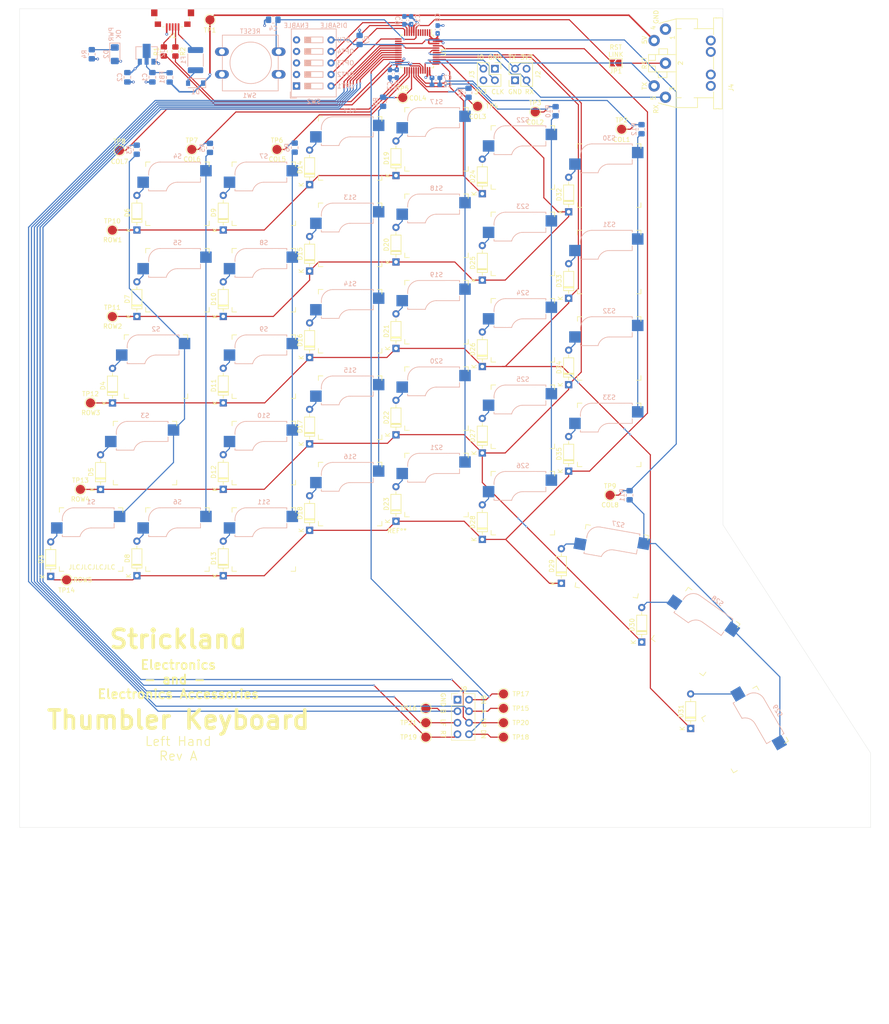
<source format=kicad_pcb>
(kicad_pcb (version 20211014) (generator pcbnew)
  (layers (0 "F.Cu" signal) (1 "In1.Cu" signal) (2 "In2.Cu" signal) (31 "B.Cu" signal) (34 "B.Paste" user) (35 "F.Paste" user) (36 "B.SilkS" user "B.Silkscreen") (37 "F.SilkS" user "F.Silkscreen") (38 "B.Mask" user) (39 "F.Mask" user) (44 "Edge.Cuts" user))
  (net 0 "")
  (net 1 "Net-(D1-Pad2)")
  (net 2 "Net-(D3-Pad2)")
  (net 3 "Net-(D4-Pad2)")
  (net 4 "Net-(D5-Pad2)")
  (net 5 "Net-(D6-Pad2)")
  (net 6 "Net-(D7-Pad2)")
  (net 7 "Net-(D8-Pad2)")
  (net 8 "Net-(D9-Pad2)")
  (net 9 "Net-(D10-Pad2)")
  (net 10 "Net-(D11-Pad2)")
  (net 11 "Net-(D12-Pad2)")
  (net 12 "Net-(D13-Pad2)")
  (net 13 "Net-(D14-Pad2)")
  (net 14 "Net-(D15-Pad2)")
  (net 15 "Net-(D16-Pad2)")
  (net 16 "Net-(D17-Pad2)")
  (net 17 "Net-(D18-Pad2)")
  (net 18 "Net-(D19-Pad2)")
  (net 19 "Net-(D20-Pad2)")
  (net 20 "Net-(D21-Pad2)")
  (net 21 "Net-(D22-Pad2)")
  (net 22 "Net-(D23-Pad2)")
  (net 23 "Net-(D24-Pad2)")
  (net 24 "Net-(D25-Pad2)")
  (net 25 "Net-(D26-Pad2)")
  (net 26 "Net-(D27-Pad2)")
  (net 27 "Net-(D28-Pad2)")
  (net 28 "Net-(D29-Pad2)")
  (net 29 "Net-(D30-Pad2)")
  (net 30 "Net-(D31-Pad2)")
  (net 31 "Net-(D32-Pad2)")
  (net 32 "Net-(D33-Pad2)")
  (net 33 "Net-(D34-Pad2)")
  (net 34 "Net-(D35-Pad2)")
  (net 35 "GND")
  (net 36 "Net-(C1-Pad1)")
  (net 37 "+3V3")
  (net 38 "~{RST}")
  (net 39 "L_ROW2")
  (net 40 "L_ROW3")
  (net 41 "L_ROW4")
  (net 42 "L_ROW5")
  (net 43 "L_ROW1")
  (net 44 "+5V")
  (net 45 "L_TX")
  (net 46 "L_RX")
  (net 47 "L_SWCLK")
  (net 48 "L_SWDIO")
  (net 49 "L_COL7")
  (net 50 "L_BOOT0")
  (net 51 "L_USB_D+")
  (net 52 "L_USB_D-")
  (net 53 "Net-(R9-Pad2)")
  (net 54 "L_COL6")
  (net 55 "Net-(R10-Pad2)")
  (net 56 "L_COL5")
  (net 57 "Net-(R11-Pad2)")
  (net 58 "L_COL4")
  (net 59 "Net-(R12-Pad2)")
  (net 60 "L_COL3")
  (net 61 "L_COL2")
  (net 62 "L_COL8")
  (net 63 "L_COL1")
  (net 64 "L_OPT4")
  (net 65 "L_OPT3")
  (net 66 "L_OPT2")
  (net 67 "L_OPT1")
  (net 71 "Net-(F1-Pad1)")
  (net 72 "Net-(D2-Pad1)")
  (net 75 "Net-(J1-Pad2)")
  (net 76 "Net-(J1-Pad3)")
  (net 77 "Net-(J4-Pad2)")
  (net 80 "Net-(R3-Pad2)")
  (net 81 "Net-(R5-Pad2)")
  (net 82 "Net-(R6-Pad2)")
  (net 83 "Net-(R8-Pad2)")
  (net 85 "ENC_DN")
  (net 86 "ENC_RT")
  (net 87 "ENC_UP")
  (net 88 "ENC_LF")
  (net 89 "ENC_A")
  (net 90 "ENC_B")
  (net 91 "ENC_BN")
  (footprint "keyswitches:Kailh_socket_MX_platemount" (layer "F.Cu") (at 97.606 254.251)
    (fp_text reference "S1")
    (fp_text value "Kailh_Hotplug")
  )
  (footprint "keyswitches:Kailh_socket_MX_platemount" (layer "F.Cu") (at 116.653 178.0462)
    (fp_text reference "S4")
    (fp_text value "Kailh_Hotplug")
  )
  (footprint "Diode_THT:D_DO-35_SOD27_P7.62mm_Horizontal" (layer "F.Cu") (at 107.711 186.0322 90)
    (fp_text reference "D6")
    (fp_text value "1N4148")
  )
  (footprint "Diode_THT:D_DO-35_SOD27_P7.62mm_Horizontal" (layer "F.Cu") (at 88.701 262.394 90)
    (fp_text reference "D3")
    (fp_text value "1N4148")
  )
  (footprint "Diode_THT:D_DO-35_SOD27_P7.62mm_Horizontal" (layer "F.Cu") (at 201.3458 263.906 90)
    (fp_text reference "D29")
    (fp_text value "1N4148")
  )
  (footprint "Diode_THT:D_DO-35_SOD27_P7.62mm_Horizontal" (layer "F.Cu") (at 219.075 276.86 90)
    (fp_text reference "D30")
    (fp_text value "1N4148")
  )
  (footprint "Diode_THT:D_DO-35_SOD27_P7.62mm_Horizontal" (layer "F.Cu") (at 229.87 295.91 90)
    (fp_text reference "D31")
    (fp_text value "1N4148")
  )
  (footprint "Connector_DIN:DIN5_180_CP-2350" (layer "F.Cu") (at 234.315 149.2695 90)
    (fp_text reference "J4")
    (fp_text value "DIN-5_180degree")
  )
  (footprint "Connector_PinHeader_2.54mm:PinHeader_2x02_P2.54mm_Vertical" (layer "F.Cu") (at 186.695 150.49 -90)
    (fp_text reference "J3")
    (fp_text value "Conn_01x04")
  )
  (footprint "Resistor_SMD:R_0805_2012Metric_Pad1.20x1.40mm_HandSolder" (layer "F.Cu") (at 113.665 146.685 90)
    (fp_text reference "R1")
    (fp_text value "22R")
  )
  (footprint "Resistor_SMD:R_0805_2012Metric_Pad1.20x1.40mm_HandSolder" (layer "F.Cu") (at 116.205 146.685 -90)
    (fp_text reference "R2")
    (fp_text value "22R")
  )
  (footprint "keyswitches:Kailh_socket_MX_platemount" (layer "F.Cu") (at 212.471 259.0546 -10)
    (fp_text reference "S27")
    (fp_text value "Kailh_Hotplug")
  )
  (footprint "keyswitches:Kailh_socket_MX_platemount" (layer "F.Cu") (at 230.994898 274.537771 -35.4)
    (fp_text reference "S28")
    (fp_text value "Kailh_Hotplug")
  )
  (footprint "keyswitches:Kailh_socket_MX_platemount" (layer "F.Cu") (at 241.870912 296.116815 -60)
    (fp_text reference "S29")
    (fp_text value "Kailh_Hotplug")
  )
  (footprint "TestPoint:TestPoint_Pad_D2.0mm" (layer "F.Cu") (at 214.63 163.8166)
    (fp_text reference "TP2")
    (fp_text value "TestPoint")
  )
  (footprint "TestPoint:TestPoint_Pad_D2.0mm" (layer "F.Cu") (at 195.58 160.02)
    (fp_text reference "TP3")
    (fp_text value "TestPoint")
  )
  (footprint "TestPoint:TestPoint_Pad_D2.0mm" (layer "F.Cu") (at 182.88 158.75)
    (fp_text reference "TP4")
    (fp_text value "TestPoint")
  )
  (footprint "TestPoint:TestPoint_Pad_D2.0mm" (layer "F.Cu") (at 166.37 156.845)
    (fp_text reference "TP5")
    (fp_text value "TestPoint")
  )
  (footprint "TestPoint:TestPoint_Pad_D2.0mm" (layer "F.Cu") (at 119.816 168.275)
    (fp_text reference "TP7")
    (fp_text value "TestPoint")
  )
  (footprint "TestPoint:TestPoint_Pad_D2.0mm" (layer "F.Cu") (at 102.29 186.067)
    (fp_text reference "TP10")
    (fp_text value "TestPoint")
  )
  (footprint "TestPoint:TestPoint_Pad_D2.0mm" (layer "F.Cu") (at 102.29 205.117)
    (fp_text reference "TP11")
    (fp_text value "TestPoint")
  )
  (footprint "TestPoint:TestPoint_Pad_D2.0mm" (layer "F.Cu") (at 97.464 224.155)
    (fp_text reference "TP12")
    (fp_text value "TestPoint")
  )
  (footprint "TestPoint:TestPoint_Pad_D2.0mm" (layer "F.Cu") (at 95.25 243.205)
    (fp_text reference "TP13")
    (fp_text value "TestPoint")
  )
  (footprint "TestPoint:TestPoint_Pad_D2.0mm" (layer "F.Cu") (at 92.202 263.144)
    (fp_text reference "TP14")
    (fp_text value "TestPoint")
  )
  (footprint "TestPoint:TestPoint_Pad_D2.0mm" (layer "F.Cu") (at 212.09 244.475)
    (fp_text reference "TP9")
    (fp_text value "TestPoint")
  )
  (footprint "TestPoint:TestPoint_Pad_D2.0mm" (layer "F.Cu") (at 188.595 291.465)
    (fp_text reference "TP15")
    (fp_text value "TestPoint")
  )
  (footprint "TestPoint:TestPoint_Pad_D2.0mm" (layer "F.Cu") (at 171.45 291.465)
    (fp_text reference "TP16")
    (fp_text value "TestPoint")
  )
  (footprint "TestPoint:TestPoint_Pad_D2.0mm" (layer "F.Cu") (at 188.595 288.29)
    (fp_text reference "TP17")
    (fp_text value "TestPoint")
  )
  (footprint "TestPoint:TestPoint_Pad_D2.0mm" (layer "F.Cu") (at 188.595 297.815)
    (fp_text reference "TP18")
    (fp_text value "TestPoint")
  )
  (footprint "TestPoint:TestPoint_Pad_D2.0mm" (layer "F.Cu") (at 171.45 297.815)
    (fp_text reference "TP19")
    (fp_text value "TestPoint")
  )
  (footprint "TestPoint:TestPoint_Pad_D2.0mm" (layer "F.Cu") (at 188.595 294.64)
    (fp_text reference "TP20")
    (fp_text value "TestPoint")
  )
  (footprint "TestPoint:TestPoint_Pad_D2.0mm" (layer "F.Cu") (at 171.45 294.64)
    (fp_text reference "TP21")
    (fp_text value "TestPoint")
  )
  (footprint "Package_QFP:LQFP-48_7x7mm_P0.5mm" (layer "F.Cu") (at 169.545 146.685 -90)
    (fp_text reference "U1")
    (fp_text value "STM32F072C8Tx")
  )
  (footprint "Jumper:SolderJumper-2_P1.3mm_Open_TrianglePad1.0x1.5mm" (layer "F.Cu") (at 213.36 149.225 180)
    (fp_text reference "JP1")
    (fp_text value "SolderJumper_2_Open")
  )
  (footprint "Connector_PinHeader_2.54mm:PinHeader_2x02_P2.54mm_Vertical" (layer "F.Cu") (at 191.135 153.035 90)
    (fp_text reference "J2")
    (fp_text value "Conn_01x04")
  )
  (footprint "TestPoint:TestPoint_Pad_D2.0mm" (layer "F.Cu") (at 138.612 168.275)
    (fp_text reference "TP6")
    (fp_text value "TestPoint")
  )
  (footprint "Connector_USB:USB_Micro-B_HRO_U-F-M5SS-W-1" (layer "F.Cu") (at 115.5954 140.478)
    (fp_text reference "J1")
    (fp_text value "USB_B_Micro")
  )
  (footprint "TestPoint:TestPoint_Pad_D2.0mm" (layer "F.Cu") (at 123.825 139.7)
    (fp_text reference "TP1")
    (fp_text value "TestPoint")
  )
  (footprint "keyswitches:Kailh_socket_MX_platemount" (layer "F.Cu") (at 135.703 178.0462)
    (fp_text reference "S7")
    (fp_text value "Kailh_Hotplug")
  )
  (footprint "keyswitches:Kailh_socket_MX_platemount" (layer "F.Cu") (at 154.753 168.0462)
    (fp_text reference "S12")
    (fp_text value "Kailh_Hotplug")
  )
  (footprint "keyswitches:Kailh_socket_MX_platemount" (layer "F.Cu") (at 173.803 166.0462)
    (fp_text reference "S17")
    (fp_text value "Kailh_Hotplug")
  )
  (footprint "keyswitches:Kailh_socket_MX_platemount" (layer "F.Cu") (at 192.853 170.0462)
    (fp_text reference "S22")
    (fp_text value "Kailh_Hotplug")
  )
  (footprint "keyswitches:Kailh_socket_MX_platemount" (layer "F.Cu") (at 211.903 174.0462)
    (fp_text reference "S30")
    (fp_text value "Kailh_Hotplug")
  )
  (footprint "keyswitches:Kailh_socket_MX_platemount" (layer "F.Cu") (at 116.653 197.0962)
    (fp_text reference "S5")
    (fp_text value "Kailh_Hotplug")
  )
  (footprint "keyswitches:Kailh_socket_MX_platemount" (layer "F.Cu") (at 135.703 197.0962)
    (fp_text reference "S8")
    (fp_text value "Kailh_Hotplug")
  )
  (footprint "keyswitches:Kailh_socket_MX_platemount" (layer "F.Cu") (at 154.753 187.0962)
    (fp_text reference "S13")
    (fp_text value "Kailh_Hotplug")
  )
  (footprint "keyswitches:Kailh_socket_MX_platemount" (layer "F.Cu") (at 173.803 185.0962)
    (fp_text reference "S18")
    (fp_text value "Kailh_Hotplug")
  )
  (footprint "keyswitches:Kailh_socket_MX_platemount" (layer "F.Cu") (at 192.853 189.0962)
    (fp_text reference "S23")
    (fp_text value "Kailh_Hotplug")
  )
  (footprint "keyswitches:Kailh_socket_MX_platemount" (layer "F.Cu") (at 211.903 193.0962)
    (fp_text reference "S31")
    (fp_text value "Kailh_Hotplug")
  )
  (footprint "keyswitches:Kailh_socket_MX_platemount" (layer "F.Cu") (at 111.926516 216.13788)
    (fp_text reference "S2")
    (fp_text value "Kailh_Hotplug")
  )
  (footprint "keyswitches:Kailh_socket_MX_platemount" (layer "F.Cu") (at 135.703 216.1462)
    (fp_text reference "S9")
    (fp_text value "Kailh_Hotplug")
  )
  (footprint "keyswitches:Kailh_socket_MX_platemount" (layer "F.Cu") (at 154.753 206.1462)
    (fp_text reference "S14")
    (fp_text value "Kailh_Hotplug")
  )
  (footprint "keyswitches:Kailh_socket_MX_platemount" (layer "F.Cu") (at 173.803 204.1462)
    (fp_text reference "S19")
    (fp_text value "Kailh_Hotplug")
  )
  (footprint "keyswitches:Kailh_socket_MX_platemount" (layer "F.Cu") (at 192.853 208.1462)
    (fp_text reference "S24")
    (fp_text value "Kailh_Hotplug")
  )
  (footprint "keyswitches:Kailh_socket_MX_platemount" (layer "F.Cu") (at 211.903 212.1462)
    (fp_text reference "S32")
    (fp_text value "Kailh_Hotplug")
  )
  (footprint "keyswitches:Kailh_socket_MX_platemount" (layer "F.Cu") (at 109.505456 235.195156)
    (fp_text reference "S3")
    (fp_text value "Kailh_Hotplug")
  )
  (footprint "keyswitches:Kailh_socket_MX_platemount" (layer "F.Cu") (at 135.703 235.1962)
    (fp_text reference "S10")
    (fp_text value "Kailh_Hotplug")
  )
  (footprint "keyswitches:Kailh_socket_MX_platemount" (layer "F.Cu") (at 154.753 225.1962)
    (fp_text reference "S15")
    (fp_text value "Kailh_Hotplug")
  )
  (footprint "keyswitches:Kailh_socket_MX_platemount" (layer "F.Cu") (at 173.803 223.1962)
    (fp_text reference "S20")
    (fp_text value "Kailh_Hotplug")
  )
  (footprint "keyswitches:Kailh_socket_MX_platemount" (layer "F.Cu") (at 192.853 227.1962)
    (fp_text reference "S25")
    (fp_text value "Kailh_Hotplug")
  )
  (footprint "keyswitches:Kailh_socket_MX_platemount" (layer "F.Cu") (at 211.903 231.1962)
    (fp_text reference "S33")
    (fp_text value "Kailh_Hotplug")
  )
  (footprint "keyswitches:Kailh_socket_MX_platemount" (layer "F.Cu") (at 116.653 254.2462)
    (fp_text reference "S6")
    (fp_text value "Kailh_Hotplug")
  )
  (footprint "keyswitches:Kailh_socket_MX_platemount" (layer "F.Cu") (at 135.703 254.2462)
    (fp_text reference "S11")
    (fp_text value "Kailh_Hotplug")
  )
  (footprint "keyswitches:Kailh_socket_MX_platemount" (layer "F.Cu") (at 154.753 244.2462)
    (fp_text reference "S16")
    (fp_text value "Kailh_Hotplug")
  )
  (footprint "keyswitches:Kailh_socket_MX_platemount" (layer "F.Cu") (at 173.803 242.2462)
    (fp_text reference "S21")
    (fp_text value "Kailh_Hotplug")
  )
  (footprint "keyswitches:Kailh_socket_MX_platemount" (layer "F.Cu") (at 192.853 246.2462)
    (fp_text reference "S26")
    (fp_text value "Kailh_Hotplug")
  )
  (footprint "Diode_THT:D_DO-35_SOD27_P7.62mm_Horizontal" (layer "F.Cu") (at 126.761 186.0322 90)
    (fp_text reference "D9")
    (fp_text value "1N4148")
  )
  (footprint "Diode_THT:D_DO-35_SOD27_P7.62mm_Horizontal" (layer "F.Cu") (at 145.811 176.0322 90)
    (fp_text reference "D14")
    (fp_text value "1N4148")
  )
  (footprint "Diode_THT:D_DO-35_SOD27_P7.62mm_Horizontal" (layer "F.Cu") (at 164.861 174.0322 90)
    (fp_text reference "D19")
    (fp_text value "1N4148")
  )
  (footprint "Diode_THT:D_DO-35_SOD27_P7.62mm_Horizontal" (layer "F.Cu") (at 183.911 178.0322 90)
    (fp_text reference "D24")
    (fp_text value "1N4148")
  )
  (footprint "Diode_THT:D_DO-35_SOD27_P7.62mm_Horizontal" (layer "F.Cu") (at 202.961 182.0322 90)
    (fp_text reference "D32")
    (fp_text value "1N4148")
  )
  (footprint "Diode_THT:D_DO-35_SOD27_P7.62mm_Horizontal" (layer "F.Cu") (at 107.711 205.0822 90)
    (fp_text reference "D7")
    (fp_text value "1N4148")
  )
  (footprint "Diode_THT:D_DO-35_SOD27_P7.62mm_Horizontal" (layer "F.Cu") (at 126.761 205.0822 90)
    (fp_text reference "D10")
    (fp_text value "1N4148")
  )
  (footprint "Diode_THT:D_DO-35_SOD27_P7.62mm_Horizontal" (layer "F.Cu") (at 145.811 195.0822 90)
    (fp_text reference "D15")
    (fp_text value "1N4148")
  )
  (footprint "Diode_THT:D_DO-35_SOD27_P7.62mm_Horizontal" (layer "F.Cu") (at 164.861 193.0822 90)
    (fp_text reference "D20")
    (fp_text value "1N4148")
  )
  (footprint "Diode_THT:D_DO-35_SOD27_P7.62mm_Horizontal" (layer "F.Cu") (at 183.911 197.0822 90)
    (fp_text reference "D25")
    (fp_text value "1N4148")
  )
  (footprint "Diode_THT:D_DO-35_SOD27_P7.62mm_Horizontal" (layer "F.Cu") (at 202.961 201.0822 90)
    (fp_text reference "D33")
    (fp_text value "1N4148")
  )
  (footprint "Diode_THT:D_DO-35_SOD27_P7.62mm_Horizontal" (layer "F.Cu") (at 102.3316 224.155 90)
    (fp_text reference "D4")
    (fp_text value "1N4148")
  )
  (footprint "Diode_THT:D_DO-35_SOD27_P7.62mm_Horizontal" (layer "F.Cu") (at 126.761 224.1322 90)
    (fp_text reference "D11")
    (fp_text value "1N4148")
  )
  (footprint "Diode_THT:D_DO-35_SOD27_P7.62mm_Horizontal" (layer "F.Cu") (at 145.811 214.1322 90)
    (fp_text reference "D16")
    (fp_text value "1N4148")
  )
  (footprint "Diode_THT:D_DO-35_SOD27_P7.62mm_Horizontal" (layer "F.Cu") (at 164.861 212.1322 90)
    (fp_text reference "D21")
    (fp_text value "1N4148")
  )
  (footprint "Diode_THT:D_DO-35_SOD27_P7.62mm_Horizontal" (layer "F.Cu") (at 183.911 216.1322 90)
    (fp_text reference "D26")
    (fp_text value "1N4148")
  )
  (footprint "Diode_THT:D_DO-35_SOD27_P7.62mm_Horizontal" (layer "F.Cu") (at 202.961 220.1322 90)
    (fp_text reference "D34")
    (fp_text value "1N4148")
  )
  (footprint "Diode_THT:D_DO-35_SOD27_P7.62mm_Horizontal" (layer "F.Cu") (at 99.695 243.205 90)
    (fp_text reference "D5")
    (fp_text value "1N4148")
  )
  (footprint "Diode_THT:D_DO-35_SOD27_P7.62mm_Horizontal" (layer "F.Cu") (at 126.761 243.1822 90)
    (fp_text reference "D12")
    (fp_text value "1N4148")
  )
  (footprint "Diode_THT:D_DO-35_SOD27_P7.62mm_Horizontal" (layer "F.Cu") (at 145.811 233.1822 90)
    (fp_text reference "D17")
    (fp_text value "1N4148")
  )
  (footprint "Diode_THT:D_DO-35_SOD27_P7.62mm_Horizontal" (layer "F.Cu") (at 164.861 231.1822 90)
    (fp_text reference "D22")
    (fp_text value "1N4148")
  )
  (footprint "Diode_THT:D_DO-35_SOD27_P7.62mm_Horizontal" (layer "F.Cu") (at 183.911 235.1822 90)
    (fp_text reference "D27")
    (fp_text value "1N4148")
  )
  (footprint "Diode_THT:D_DO-35_SOD27_P7.62mm_Horizontal" (layer "F.Cu") (at 202.961 239.1822 90)
    (fp_text reference "D35")
    (fp_text value "1N4148")
  )
  (footprint "Diode_THT:D_DO-35_SOD27_P7.62mm_Horizontal" (layer "F.Cu") (at 107.711 262.2322 90)
    (fp_text reference "D8")
    (fp_text value "1N4148")
  )
  (footprint "Diode_THT:D_DO-35_SOD27_P7.62mm_Horizontal" (layer "F.Cu") (at 126.761 262.2322 90)
    (fp_text reference "D13")
    (fp_text value "1N4148")
  )
  (footprint "Diode_THT:D_DO-35_SOD27_P7.62mm_Horizontal" (layer "F.Cu") (at 145.811 252.2322 90)
    (fp_text reference "D18")
    (fp_text value "1N4148")
  )
  (footprint "Diode_THT:D_DO-35_SOD27_P7.62mm_Horizontal" (layer "F.Cu") (at 164.861 250.2322 90)
    (fp_text reference "D23")
    (fp_text value "1N4148")
  )
  (footprint "Diode_THT:D_DO-35_SOD27_P7.62mm_Horizontal" (layer "F.Cu") (at 183.911 254.2322 90)
    (fp_text reference "D28")
    (fp_text value "1N4148")
  )
  (footprint "TestPoint:TestPoint_Pad_D2.0mm" (layer "F.Cu") (at 103.8648 168.4902)
    (fp_text reference "TP8")
    (fp_text value "TestPoint")
  )
  (footprint "MountingHole:MountingHole_3.2mm_M3" (layer "F.Cu") (at 264.16 311.785)
    (fp_text reference "REF**" hide)
    (fp_text value "MountingHole_3.2mm_M3")
  )
  (footprint "MountingHole:MountingHole_3.2mm_M3" (layer "F.Cu") (at 165.1 256.54)
    (fp_text reference "REF**")
    (fp_text value "MountingHole_3.2mm_M3")
  )
  (footprint "MountingHole:MountingHole_3.2mm_M3" (layer "F.Cu") (at 86.995 311.785)
    (fp_text reference "REF**" hide)
    (fp_text value "MountingHole_3.2mm_M3")
  )
  (footprint "MountingHole:MountingHole_3.2mm_M3" (layer "F.Cu") (at 86.995 173.99)
    (fp_text reference "REF**" hide)
    (fp_text value "MountingHole_3.2mm_M3")
  )
  (footprint "MountingHole:MountingHole_3.2mm_M3" (layer "F.Cu") (at 231.775 173.99)
    (fp_text reference "REF**" hide)
    (fp_text value "MountingHole_3.2mm_M3")
  )
  (footprint "Connector_PinHeader_2.54mm:PinHeader_2x04_P2.54mm_Vertical" (layer "F.Cu") (at 178.435 289.56)
    (fp_text reference "J9")
    (fp_text value "Conn_02x04_Top_Bottom")
  )
  (footprint "Capacitor_SMD:C_0805_2012Metric_Pad1.18x1.45mm_HandSolder" (layer "B.Cu") (at 111.125 152.36875 -90)
    (fp_text reference "C1")
    (fp_text value "1u")
  )
  (footprint "Capacitor_SMD:C_0603_1608Metric_Pad1.08x0.95mm_HandSolder" (layer "B.Cu") (at 163.5151 151.5911 -90)
    (fp_text reference "C3")
    (fp_text value "4u7")
  )
  (footprint "Capacitor_SMD:C_0603_1608Metric_Pad1.08x0.95mm_HandSolder" (layer "B.Cu") (at 173.6751 152.5066)
    (fp_text reference "C7")
    (fp_text value "100n")
  )
  (footprint "Capacitor_SMD:C_0603_1608Metric_Pad1.08x0.95mm_HandSolder" (layer "B.Cu") (at 174.0561 141.8386 90)
    (fp_text reference "C8")
    (fp_text value "100n")
  )
  (footprint "Capacitor_SMD:C_0603_1608Metric_Pad1.08x0.95mm_HandSolder" (layer "B.Cu") (at 166.7028 139.8331 90)
    (fp_text reference "C9")
    (fp_text value "1u")
  )
  (footprint "Capacitor_SMD:C_0805_2012Metric_Pad1.18x1.45mm_HandSolder" (layer "B.Cu") (at 137.795 139.7 180)
    (fp_text reference "C4")
    (fp_text value "100n")
  )
  (footprint "Capacitor_SMD:C_0603_1608Metric_Pad1.08x0.95mm_HandSolder" (layer "B.Cu") (at 168.2141 139.8331 90)
    (fp_text reference "C10")
    (fp_text value "10n")
  )
  (footprint "LED_SMD:LED_1206_3216Metric_Pad1.42x1.75mm_HandSolder" (layer "B.Cu") (at 102.8425 147.28875 -90)
    (fp_text reference "D2")
    (fp_text value "RED")
  )
  (footprint "Resistor_SMD:R_0805_2012Metric_Pad1.20x1.40mm_HandSolder" (layer "B.Cu") (at 156.845 144.145 90)
    (fp_text reference "R7")
    (fp_text value "10K")
  )
  (footprint "Resistor_SMD:R_0805_2012Metric_Pad1.20x1.40mm_HandSolder" (layer "B.Cu") (at 97.7625 147.28875 -90)
    (fp_text reference "R4")
    (fp_text value "1K")
  )
  (footprint "Resistor_SMD:R_0805_2012Metric_Pad1.20x1.40mm_HandSolder" (layer "B.Cu") (at 142.5236 167.8806 -90)
    (fp_text reference "R6")
    (fp_text value "470R")
  )
  (footprint "Resistor_SMD:R_0805_2012Metric_Pad1.20x1.40mm_HandSolder" (layer "B.Cu") (at 162.0308 157.7714 -90)
    (fp_text reference "R8")
    (fp_text value "470R")
  )
  (footprint "Resistor_SMD:R_0805_2012Metric_Pad1.20x1.40mm_HandSolder" (layer "B.Cu") (at 180.8776 155.7902 -90)
    (fp_text reference "R9")
    (fp_text value "470R")
  )
  (footprint "Resistor_SMD:R_0805_2012Metric_Pad1.20x1.40mm_HandSolder" (layer "B.Cu") (at 200.08 159.8542 -90)
    (fp_text reference "R10")
    (fp_text value "470R")
  )
  (footprint "Resistor_SMD:R_0805_2012Metric_Pad1.20x1.40mm_HandSolder" (layer "B.Cu") (at 216.408 244.491 -90)
    (fp_text reference "R11")
    (fp_text value "470R")
  )
  (footprint "Resistor_SMD:R_0805_2012Metric_Pad1.20x1.40mm_HandSolder" (layer "B.Cu") (at 219.0284 163.8166 -90)
    (fp_text reference "R12")
    (fp_text value "470R")
  )
  (footprint "Button_Switch_THT:SW_PUSH-12mm" (layer "B.Cu") (at 126.475 151.725)
    (fp_text reference "SW1")
    (fp_text value "SW_Push")
  )
  (footprint "Button_Switch_THT:SW_DIP_SPSTx05_Slide_9.78x14.88mm_W7.62mm_P2.54mm" (layer "B.Cu") (at 142.92575 154.29425)
    (fp_text reference "SW2")
    (fp_text value "SW_DIP_x05")
  )
  (footprint "Package_TO_SOT_SMD:SOT-89-3" (layer "B.Cu") (at 109.855 147.28875 90)
    (fp_text reference "U2")
    (fp_text value "MCP1700-3302E_SOT89")
  )
  (footprint "Diode_SMD:D_SOD-123" (layer "B.Cu") (at 120.65 153.67 180)
    (fp_text reference "D1")
    (fp_text value "B5819W")
  )
  (footprint "Resistor_SMD:R_0805_2012Metric_Pad1.20x1.40mm_HandSolder" (layer "B.Cu") (at 123.8292 167.9314 -90)
    (fp_text reference "R5")
    (fp_text value "470R")
  )
  (footprint "Inductor_SMD:L_0805_2012Metric_Pad1.15x1.40mm_HandSolder" (layer "B.Cu") (at 114.935 152.4 -90)
    (fp_text reference "FB1")
    (fp_text value "90R @ 100MHz")
  )
  (footprint "Resistor_SMD:R_1812_4532Metric_Pad1.30x3.40mm_HandSolder" (layer "B.Cu") (at 120.65 148.59 -90)
    (fp_text reference "F1")
    (fp_text value "350mA")
  )
  (footprint "Capacitor_SMD:C_0805_2012Metric_Pad1.18x1.45mm_HandSolder" (layer "B.Cu") (at 105.6125 152.36875 -90)
    (fp_text reference "C2")
    (fp_text value "1u")
  )
  (footprint "Capacitor_SMD:C_0603_1608Metric_Pad1.08x0.95mm_HandSolder" (layer "B.Cu") (at 173.6751 154.0306)
    (fp_text reference "C5")
    (fp_text value "4u7")
  )
  (footprint "Capacitor_SMD:C_0603_1608Metric_Pad1.08x0.95mm_HandSolder" (layer "B.Cu") (at 165.0391 151.5911 -90)
    (fp_text reference "C6")
    (fp_text value "100n")
  )
  (footprint "Resistor_SMD:R_0805_2012Metric_Pad1.20x1.40mm_HandSolder" (layer "B.Cu") (at 107.6748 168.3378 -90)
    (fp_text reference "R3")
    (fp_text value "470R")
  )
  (gr_poly (pts (xy 237.017154 251.05218) (xy 269.578609 301.34418) (xy 269.578609 317.72718) (xy 81.823154 317.72718) (xy 81.823154 137.26018) (xy 237.017154 137.26018)) (layer "Edge.Cuts") (width 0.05) (fill none))
  (gr_text "DISABLE" (at 151.13 140.97) (layer "B.SilkS") (effects (font (size 1 1)) (justify mirror)))
  (gr_text "OPT2" (at 151.765 151.765) (layer "B.SilkS") (effects (font (size 1 1)) (justify right mirror)))
  (gr_text "ENABLE" (at 142.875 140.97) (layer "B.SilkS") (effects (font (size 1 1)) (justify mirror)))
  (gr_text "DFU" (at 151.765 144.145) (layer "B.SilkS") (effects (font (size 1 1)) (justify right mirror)))
  (gr_text "OPT1" (at 151.765 154.305) (layer "B.SilkS") (effects (font (size 1 1)) (justify right mirror)))
  (gr_text "OPT4" (at 151.765 146.685) (layer "B.SilkS") (effects (font (size 1 1)) (justify right mirror)))
  (gr_text "PWR\nOK" (at 102.87 142.875 90) (layer "B.SilkS") (effects (font (size 1 1)) (justify mirror)))
  (gr_text "RESET" (at 132.715 142.24) (layer "B.SilkS") (effects (font (size 1 1)) (justify mirror)))
  (gr_text "OPT3" (at 151.765 149.225) (layer "B.SilkS") (effects (font (size 1 1)) (justify right mirror)))
  (gr_text "ROW5" (at 95.758 263.144) (layer "F.SilkS") (effects (font (size 1 1))))
  (gr_text "ROW2" (at 102.362 207.264) (layer "F.SilkS") (effects (font (size 1 1))))
  (gr_text "BN" (at 184.15 289.56 270) (layer "F.SilkS") (effects (font (size 1 1))))
  (gr_text "COL8" (at 212.09 246.634) (layer "F.SilkS") (effects (font (size 1 1))))
  (gr_text "ROW3" (at 97.536 226.314) (layer "F.SilkS") (effects (font (size 1 1))))
  (gr_text "JLCJLCJLCJLC" (at 97.79 260.35) (layer "F.SilkS") (effects (font (size 1 1))))
  (gr_text "CLK" (at 187.325 155.575) (layer "F.SilkS") (effects (font (size 1 1))))
  (gr_text "IO" (at 183.515 147.955) (layer "F.SilkS") (effects (font (size 1 1))))
  (gr_text "5V" (at 219.71 144.145 90) (layer "F.SilkS") (effects (font (size 1 1))))
  (gr_text "COL4" (at 169.672 156.972) (layer "F.SilkS") (effects (font (size 1 1))))
  (gr_text "COL5" (at 138.684 170.434) (layer "F.SilkS") (effects (font (size 1 1))))
  (gr_text "LF" (at 175.26 294.64 270) (layer "F.SilkS") (effects (font (size 1 1))))
  (gr_text "3V3" (at 183.515 155.575) (layer "F.SilkS") (effects (font (size 1 1))))
  (gr_text "GND" (at 222.25 139.065 90) (layer "F.SilkS") (effects (font (size 1 1))))
  (gr_text "RT" (at 175.26 297.18 270) (layer "F.SilkS") (effects (font (size 1 1))))
  (gr_text "Strickland" (at 116.84 276.225) (layer "F.SilkS") (effects (font (size 4 4) (thickness 0.8))))
  (gr_text "COL7" (at 103.886 170.942) (layer "F.SilkS") (effects (font (size 1 1))))
  (gr_text "GND" (at 186.69 147.955) (layer "F.SilkS") (effects (font (size 1 1))))
  (gr_text "RST\nLINK" (at 213.36 146.558) (layer "F.SilkS") (effects (font (size 1 1))))
  (gr_text "A" (at 184.15 292.1 270) (layer "F.SilkS") (effects (font (size 1 1))))
  (gr_text "RX" (at 194.31 155.575) (layer "F.SilkS") (effects (font (size 1 1))))
  (gr_text "RX" (at 222.25 159.385 90) (layer "F.SilkS") (effects (font (size 1 1))))
  (gr_text "DN" (at 184.15 297.18 270) (layer "F.SilkS") (effects (font (size 1 1))))
  (gr_text "B" (at 175.26 292.1 270) (layer "F.SilkS") (effects (font (size 1 1))))
  (gr_text "COL2" (at 195.58 162.306) (layer "F.SilkS") (effects (font (size 1 1))))
  (gr_text "3V3" (at 193.675 147.955) (layer "F.SilkS") (effects (font (size 1 1))))
  (gr_text "Thumbler Keyboard" (at 116.84 294.005) (layer "F.SilkS") (effects (font (size 4 4) (thickness 0.8))))
  (gr_text "TX" (at 190.5 147.955) (layer "F.SilkS") (effects (font (size 1 1))))
  (gr_text "Left Hand\nRev A" (at 116.84 300.355) (layer "F.SilkS") (effects (font (size 2 2) (thickness 0.2))))
  (gr_text "GND" (at 175.26 289.56 270) (layer "F.SilkS") (effects (font (size 1 1))))
  (gr_text "COL3" (at 182.88 161.036) (layer "F.SilkS") (effects (font (size 1 1))))
  (gr_text "GND" (at 191.135 155.575) (layer "F.SilkS") (effects (font (size 1 1))))
  (gr_text "ROW4" (at 95.25 245.364) (layer "F.SilkS") (effects (font (size 1 1))))
  (gr_text "COL1" (at 214.63 166.116) (layer "F.SilkS") (effects (font (size 1 1))))
  (gr_text "TX" (at 219.71 154.305 90) (layer "F.SilkS") (effects (font (size 1 1))))
  (gr_text "RST" (at 219.71 149.225 90) (layer "F.SilkS") (effects (font (size 1 1))))
  (gr_text "ROW1" (at 102.362 188.214) (layer "F.SilkS") (effects (font (size 1 1))))
  (gr_text "Electronics\n- and - \nElectronics Accessories" (at 116.84 285.115) (layer "F.SilkS") (effects (font (size 2 2) (thickness 0.4))))
  (gr_text "UP" (at 184.15 294.64 270) (layer "F.SilkS") (effects (font (size 1 1))))
  (gr_text "COL6" (at 119.888 170.434) (layer "F.SilkS") (effects (font (size 1 1))))
  (segment (start 120.65 151.13) (end 119 152.78) (width 0.25) (layer "B.Cu") (net 1))
  (segment (start 120.65 150.815) (end 120.65 151.13) (width 0.25) (layer "B.Cu") (net 1))
  (segment (start 119 152.78) (end 119 153.67) (width 0.25) (layer "B.Cu") (net 1))
  (segment (start 90.046 251.711) (end 90.046 253.429) (width 0.25) (layer "B.Cu") (net 2))
  (segment (start 90.046 253.429) (end 88.701 254.774) (width 0.25) (layer "B.Cu") (net 2))
  (segment (start 104.366516 213.59788) (end 104.366516 214.500084) (width 0.25) (layer "B.Cu") (net 3))
  (segment (start 104.366516 214.500084) (end 102.3316 216.535) (width 0.25) (layer "B.Cu") (net 3))
  (segment (start 101.945456 232.655156) (end 101.945456 233.334544) (width 0.25) (layer "B.Cu") (net 4))
  (segment (start 101.945456 233.334544) (end 99.695 235.585) (width 0.25) (layer "B.Cu") (net 4))
  (segment (start 109.093 175.5062) (end 109.093 177.0302) (width 0.25) (layer "B.Cu") (net 5))
  (segment (start 109.093 177.0302) (end 107.711 178.4122) (width 0.25) (layer "B.Cu") (net 5))
  (segment (start 109.093 194.5562) (end 109.093 196.0802) (width 0.25) (layer "B.Cu") (net 6))
  (segment (start 109.093 196.0802) (end 107.711 197.4622) (width 0.25) (layer "B.Cu") (net 6))
  (segment (start 109.093 253.2302) (end 107.711 254.6122) (width 0.25) (layer "B.Cu") (net 7))
  (segment (start 109.093 251.7062) (end 109.093 253.2302) (width 0.25) (layer "B.Cu") (net 7))
  (segment (start 128.143 177.0302) (end 126.761 178.4122) (width 0.25) (layer "B.Cu") (net 8))
  (segment (start 128.143 175.5062) (end 128.143 177.0302) (width 0.25) (layer "B.Cu") (net 8))
  (segment (start 128.143 196.0802) (end 126.761 197.4622) (width 0.25) (layer "B.Cu") (net 9))
  (segment (start 128.143 194.5562) (end 128.143 196.0802) (width 0.25) (layer "B.Cu") (net 9))
  (segment (start 128.143 215.1302) (end 126.761 216.5122) (width 0.25) (layer "B.Cu") (net 10))
  (segment (start 128.143 213.6062) (end 128.143 215.1302) (width 0.25) (layer "B.Cu") (net 10))
  (segment (start 128.143 234.1802) (end 126.761 235.5622) (width 0.25) (layer "B.Cu") (net 11))
  (segment (start 128.143 232.6562) (end 128.143 234.1802) (width 0.25) (layer "B.Cu") (net 11))
  (segment (start 128.143 253.2302) (end 126.761 254.6122) (width 0.25) (layer "B.Cu") (net 12))
  (segment (start 128.143 251.7062) (end 128.143 253.2302) (width 0.25) (layer "B.Cu") (net 12))
  (segment (start 147.193 167.0302) (end 145.811 168.4122) (width 0.25) (layer "B.Cu") (net 13))
  (segment (start 147.193 165.5062) (end 147.193 167.0302) (width 0.25) (layer "B.Cu") (net 13))
  (segment (start 147.193 186.0802) (end 145.811 187.4622) (width 0.25) (layer "B.Cu") (net 14))
  (segment (start 147.193 184.5562) (end 147.193 186.0802) (width 0.25) (layer "B.Cu") (net 14))
  (segment (start 147.193 205.1302) (end 145.811 206.5122) (width 0.25) (layer "B.Cu") (net 15))
  (segment (start 147.193 203.6062) (end 147.193 205.1302) (width 0.25) (layer "B.Cu") (net 15))
  (segment (start 147.193 224.1802) (end 145.811 225.5622) (width 0.25) (layer "B.Cu") (net 16))
  (segment (start 147.193 222.6562) (end 147.193 224.1802) (width 0.25) (layer "B.Cu") (net 16))
  (segment (start 147.193 243.2302) (end 145.811 244.6122) (width 0.25) (layer "B.Cu") (net 17))
  (segment (start 147.193 241.7062) (end 147.193 243.2302) (width 0.25) (layer "B.Cu") (net 17))
  (segment (start 166.243 165.0302) (end 164.861 166.4122) (width 0.25) (layer "B.Cu") (net 18))
  (segment (start 166.243 163.5062) (end 166.243 165.0302) (width 0.25) (layer "B.Cu") (net 18))
  (segment (start 166.243 184.0802) (end 164.861 185.4622) (width 0.25) (layer "B.Cu") (net 19))
  (segment (start 166.243 182.5562) (end 166.243 184.0802) (width 0.25) (layer "B.Cu") (net 19))
  (segment (start 166.243 203.1302) (end 164.861 204.5122) (width 0.25) (layer "B.Cu") (net 20))
  (segment (start 166.243 201.6062) (end 166.243 203.1302) (width 0.25) (layer "B.Cu") (net 20))
  (segment (start 166.243 222.1802) (end 164.861 223.5622) (width 0.25) (layer "B.Cu") (net 21))
  (segment (start 166.243 220.6562) (end 166.243 222.1802) (width 0.25) (layer "B.Cu") (net 21))
  (segment (start 166.243 241.2302) (end 164.861 242.6122) (width 0.25) (layer "B.Cu") (net 22))
  (segment (start 166.243 239.7062) (end 166.243 241.2302) (width 0.25) (layer "B.Cu") (net 22))
  (segment (start 185.293 169.0302) (end 183.911 170.4122) (width 0.25) (layer "B.Cu") (net 23))
  (segment (start 185.293 167.5062) (end 185.293 169.0302) (width 0.25) (layer "B.Cu") (net 23))
  (segment (start 185.293 188.0802) (end 183.911 189.4622) (width 0.25) (layer "B.Cu") (net 24))
  (segment (start 185.293 186.5562) (end 185.293 188.0802) (width 0.25) (layer "B.Cu") (net 24))
  (segment (start 185.293 207.1302) (end 183.911 208.5122) (width 0.25) (layer "B.Cu") (net 25))
  (segment (start 185.293 205.6062) (end 185.293 207.1302) (width 0.25) (layer "B.Cu") (net 25))
  (segment (start 185.293 226.1802) (end 183.911 227.5622) (width 0.25) (layer "B.Cu") (net 26))
  (segment (start 185.293 224.6562) (end 185.293 226.1802) (width 0.25) (layer "B.Cu") (net 26))
  (segment (start 185.293 245.2302) (end 183.911 246.6122) (width 0.25) (layer "B.Cu") (net 27))
  (segment (start 185.293 243.7062) (end 185.293 245.2302) (width 0.25) (layer "B.Cu") (net 27))
  (segment (start 205.46692 255.240408) (end 202.391392 255.240408) (width 0.25) (layer "B.Cu") (net 28))
  (segment (start 202.391392 255.240408) (end 201.3458 256.286) (width 0.25) (layer "B.Cu") (net 28))
  (segment (start 226.303906 268.087981) (end 220.227019 268.087981) (width 0.25) (layer "B.Cu") (net 29))
  (segment (start 220.227019 268.087981) (end 219.075 269.24) (width 0.25) (layer "B.Cu") (net 29))
  (segment (start 240.290617 288.299663) (end 229.879663 288.299663) (width 0.25) (layer "B.Cu") (net 30))
  (segment (start 229.879663 288.299663) (end 229.87 288.29) (width 0.25) (layer "B.Cu") (net 30))
  (segment (start 204.343 173.0302) (end 202.961 174.4122) (width 0.25) (layer "B.Cu") (net 31))
  (segment (start 204.343 171.5062) (end 204.343 173.0302) (width 0.25) (layer "B.Cu") (net 31))
  (segment (start 204.343 192.0802) (end 202.961 193.4622) (width 0.25) (layer "B.Cu") (net 32))
  (segment (start 204.343 190.5562) (end 204.343 192.0802) (width 0.25) (layer "B.Cu") (net 32))
  (segment (start 204.343 211.1302) (end 202.961 212.5122) (width 0.25) (layer "B.Cu") (net 33))
  (segment (start 204.343 209.6062) (end 204.343 211.1302) (width 0.25) (layer "B.Cu") (net 33))
  (segment (start 204.343 230.1802) (end 202.961 231.5622) (width 0.25) (layer "B.Cu") (net 34))
  (segment (start 204.343 228.6562) (end 204.343 230.1802) (width 0.25) (layer "B.Cu") (net 34))
  (segment (start 173.7075 144.435) (end 174.406769 144.435) (width 0.35) (layer "F.Cu") (net 35))
  (segment (start 169.545 140.335) (end 168.795 141.085) (width 0.35) (layer "F.Cu") (net 35))
  (segment (start 114.2954 142.8704) (end 114.3 142.875) (width 0.35) (layer "F.Cu") (net 35))
  (segment (start 168.795 141.085) (end 168.795 142.5225) (width 0.35) (layer "F.Cu") (net 35))
  (segment (start 171.795 150.8475) (end 171.795 152.055) (width 0.35) (layer "F.Cu") (net 35))
  (segment (start 166.624 148.464893) (end 166.624 148.336) (width 0.35) (layer "F.Cu") (net 35))
  (segment (start 166.153893 148.935) (end 166.624 148.464893) (width 0.35) (layer "F.Cu") (net 35))
  (segment (start 171.795 152.055) (end 171.45 152.4) (width 0.35) (layer "F.Cu") (net 35))
  (segment (start 114.2954 141.278) (end 114.2954 142.8704) (width 0.35) (layer "F.Cu") (net 35))
  (segment (start 174.406769 144.435) (end 174.915 144.435) (width 0.35) (layer "F.Cu") (net 35))
  (segment (start 165.3825 148.935) (end 166.153893 148.935) (width 0.35) (layer "F.Cu") (net 35))
  (segment (start 174.915 144.435) (end 175.259999 144.779999) (width 0.35) (layer "F.Cu") (net 35))
  (via (at 171.45 152.4) (size 0.6) (drill 0.3) (layers "F.Cu" "B.Cu") (net 35))
  (via (at 169.545 140.335) (size 0.6) (drill 0.3) (layers "F.Cu" "B.Cu") (net 35))
  (via (at 163.83 153.416) (size 0.6) (drill 0.3) (layers "F.Cu" "B.Cu") (net 35))
  (via (at 166.624 148.336) (size 0.6) (drill 0.3) (layers "F.Cu" "B.Cu") (net 35))
  (via (at 175.26 151.765) (size 0.6) (drill 0.3) (layers "F.Cu" "B.Cu") (net 35))
  (via (at 135.89 140.97) (size 0.6) (drill 0.3) (layers "F.Cu" "B.Cu") (net 35))
  (via (at 156.845 141.986) (size 0.6) (drill 0.3) (layers "F.Cu" "B.Cu") (net 35))
  (via (at 175.26 140.97) (size 0.6) (drill 0.3) (layers "F.Cu" "B.Cu") (net 35))
  (via (at 114.3 142.875) (size 0.6) (drill 0.3) (layers "F.Cu" "B.Cu") (net 35))
  (via (at 175.259999 144.779999) (size 0.6) (drill 0.3) (layers "F.Cu" "B.Cu") (net 35))
  (via (at 106.934 153.416) (size 0.6) (drill 0.3) (layers "F.Cu" "B.Cu") (net 35))
  (via (at 109.728 153.416) (size 0.6) (drill 0.3) (layers "F.Cu" "B.Cu") (net 35))
  (via (at 99.06 148.336) (size 0.6) (drill 0.3) (layers "F.Cu" "B.Cu") (net 35))
  (via (at 112.522 149.352) (size 0.6) (drill 0.3) (layers "F.Cu" "B.Cu") (net 35))
  (segment (start 174.5376 152.5066) (end 174.5376 152.4874) (width 0.35) (layer "B.Cu") (net 35))
  (segment (start 163.5151 152.4536) (end 165.0391 152.4536) (width 0.35) (layer "B.Cu") (net 35))
  (segment (start 166.7028 138.9706) (end 168.2141 138.9706) (width 0.35) (layer "B.Cu") (net 35))
  (segment (start 168.2141 139.0041) (end 169.545 140.335) (width 0.35) (layer "B.Cu") (net 35))
  (segment (start 156.845 143.145) (end 156.845 141.986) (width 0.35) (layer "B.Cu") (net 35))
  (segment (start 135.89 139.9325) (end 136.1225 139.7) (width 0.35) (layer "B.Cu") (net 35))
  (segment (start 111.11525 153.416) (end 111.125 153.40625) (width 0.35) (layer "B.Cu") (net 35))
  (segment (start 111.355 148.93875) (end 112.10875 148.93875) (width 0.35) (layer "B.Cu") (net 35))
  (segment (start 99.06 148.336) (end 97.80975 148.336) (width 0.35) (layer "B.Cu") (net 35))
  (segment (start 174.0561 140.9761) (end 175.2539 140.9761) (width 0.35) (layer "B.Cu") (net 35))
  (segment (start 174.5376 152.5066) (end 174.5376 154.0306) (width 0.35) (layer "B.Cu") (net 35))
  (segment (start 106.92425 153.40625) (end 106.934 153.416) (width 0.35) (layer "B.Cu") (net 35))
  (segment (start 109.728 153.416) (end 111.11525 153.416) (width 0.35) (layer "B.Cu") (net 35))
  (segment (start 105.6125 153.40625) (end 106.92425 153.40625) (width 0.35) (layer "B.Cu") (net 35))
  (segment (start 112.10875 148.93875) (end 112.522 149.352) (width 0.35) (layer "B.Cu") (net 35))
  (segment (start 174.5376 152.4874) (end 175.26 151.765) (width 0.35) (layer "B.Cu") (net 35))
  (segment (start 168.2141 138.9706) (end 168.2141 139.0041) (width 0.35) (layer "B.Cu") (net 35))
  (segment (start 135.89 140.97) (end 135.89 139.9325) (width 0.35) (layer "B.Cu") (net 35))
  (segment (start 163.5151 153.1011) (end 163.83 153.416) (width 0.35) (layer "B.Cu") (net 35))
  (segment (start 175.2539 140.9761) (end 175.26 140.97) (width 0.35) (layer "B.Cu") (net 35))
  (segment (start 163.5151 152.4536) (end 163.5151 153.1011) (width 0.35) (layer "B.Cu") (net 35))
  (segment (start 97.80975 148.336) (end 97.7625 148.28875) (width 0.35) (layer "B.Cu") (net 35))
  (segment (start 109.855 150.06125) (end 109.855 148.85125) (width 0.25) (layer "B.Cu") (net 36))
  (segment (start 111.125 151.33125) (end 114.89125 151.33125) (width 0.25) (layer "B.Cu") (net 36))
  (segment (start 109.855 150.06125) (end 111.125 151.33125) (width 0.25) (layer "B.Cu") (net 36))
  (segment (start 114.89125 151.33125) (end 114.935 151.375) (width 0.25) (layer "B.Cu") (net 36))
  (segment (start 165.0391 149.7784) (end 165.0391 150.6281) (width 0.35) (layer "F.Cu") (net 37))
  (segment (start 174.0561 142.7276) (end 174.0561 143.4896) (width 0.35) (layer "F.Cu") (net 37))
  (segment (start 172.085 144.145) (end 172.315 143.915) (width 0.35) (layer "F.Cu") (net 37))
  (segment (start 172.24 144.935) (end 172.085 144.78) (width 0.35) (layer "F.Cu") (net 37))
  (segment (start 173.7075 144.935) (end 172.24 144.935) (width 0.35) (layer "F.Cu") (net 37))
  (segment (start 168.295 140.704011) (end 168.323436 140.675575) (width 0.35) (layer "F.Cu") (net 37))
  (segment (start 172.085 144.78) (end 172.085 144.145) (width 0.35) (layer "F.Cu") (net 37))
  (segment (start 172.295 142.5225) (end 172.295 143.26) (width 0.35) (layer "F.Cu") (net 37))
  (segment (start 172.95 143.915) (end 172.97 143.935) (width 0.35) (layer "F.Cu") (net 37))
  (segment (start 173.8021 143.7436) (end 173.8021 143.8404) (width 0.35) (layer "F.Cu") (net 37))
  (segment (start 172.295 151.819423) (end 172.786077 152.3105) (width 0.35) (layer "F.Cu") (net 37))
  (segment (start 168.295 141.5385) (end 168.295 140.704011) (width 0.35) (layer "F.Cu") (net 37))
  (segment (start 168.295 141.5385) (end 168.295 142.5225) (width 0.35) (layer "F.Cu") (net 37))
  (segment (start 173.8021 143.8404) (end 173.7075 143.935) (width 0.35) (layer "F.Cu") (net 37))
  (segment (start 172.315 143.915) (end 172.95 143.915) (width 0.35) (layer "F.Cu") (net 37))
  (segment (start 172.97 143.935) (end 173.7075 143.935) (width 0.35) (layer "F.Cu") (net 37))
  (segment (start 172.295 151.765) (end 172.295 150.8475) (width 0.35) (layer "F.Cu") (net 37))
  (segment (start 172.295 143.26) (end 172.95 143.915) (width 0.35) (layer "F.Cu") (net 37))
  (segment (start 165.0391 149.7784) (end 165.3825 149.435) (width 0.35) (layer "F.Cu") (net 37))
  (segment (start 174.0561 143.4896) (end 173.8021 143.7436) (width 0.35) (layer "F.Cu") (net 37))
  (via (at 104.14 148.844) (size 0.6) (drill 0.3) (layers "F.Cu" "B.Cu") (net 37))
  (via (at 107.315 150.495) (size 0.6) (drill 0.3) (layers "F.Cu" "B.Cu") (net 37))
  (via (at 168.323436 140.675575) (size 0.6) (drill 0.3) (layers "F.Cu" "B.Cu") (net 37))
  (via (at 174.0561 142.7276) (size 0.6) (drill 0.3) (layers "F.Cu" "B.Cu") (net 37))
  (via (at 172.786077 152.3105) (size 0.6) (drill 0.3) (layers "F.Cu" "B.Cu") (net 37))
  (via (at 165.0391 150.6281) (size 0.6) (drill 0.3) (layers "F.Cu" "B.Cu") (net 37))
  (segment (start 108.355 149.455) (end 107.315 150.495) (width 0.35) (layer "B.Cu") (net 37))
  (segment (start 102.91025 148.844) (end 104.14 148.844) (width 0.35) (layer "B.Cu") (net 37))
  (segment (start 105.6125 151.33125) (end 106.47875 151.33125) (width 0.35) (layer "B.Cu") (net 37))
  (segment (start 102.8425 148.77625) (end 102.91025 148.844) (width 0.35) (layer "B.Cu") (net 37))
  (segment (start 106.47875 151.33125) (end 107.315 150.495) (width 0.35) (layer "B.Cu") (net 37))
  (segment (start 163.5151 150.7286) (end 165.0391 150.7286) (width 0.35) (layer "B.Cu") (net 37))
  (segment (start 172.8126 154.0306) (end 172.786077 154.004077) (width 0.35) (layer "B.Cu") (net 37))
  (segment (start 108.355 148.93875) (end 108.355 149.455) (width 0.35) (layer "B.Cu") (net 37))
  (segment (start 172.786077 152.558523) (end 172.786077 152.3105) (width 0.35) (layer "B.Cu") (net 37))
  (segment (start 172.7607 152.335877) (end 172.786077 152.3105) (width 0.35) (layer "B.Cu") (net 37))
  (segment (start 166.7028 140.6956) (end 168.303411 140.6956) (width 0.35) (layer "B.Cu") (net 37))
  (segment (start 168.303411 140.6956) (end 168.323436 140.675575) (width 0.35) (layer "B.Cu") (net 37))
  (segment (start 172.786077 154.004077) (end 172.786077 152.3105) (width 0.35) (layer "B.Cu") (net 37))
  (segment (start 212.635 149.225) (end 203.093499 139.683499) (width 0.25) (layer "F.Cu") (net 38))
  (segment (start 172.085 140.97) (end 169.778408 140.97) (width 0.25) (layer "F.Cu") (net 38))
  (segment (start 203.093499 139.683499) (end 173.371501 139.683499) (width 0.25) (layer "F.Cu") (net 38))
  (segment (start 173.371501 139.683499) (end 172.085 140.97) (width 0.25) (layer "F.Cu") (net 38))
  (segment (start 168.91 144.018) (end 166.624 144.018) (width 0.25) (layer "F.Cu") (net 38))
  (segment (start 169.295 142.5225) (end 169.295 143.633) (width 0.25) (layer "F.Cu") (net 38))
  (segment (start 169.778408 140.97) (end 169.295 141.453408) (width 0.25) (layer "F.Cu") (net 38))
  (segment (start 169.295 141.453408) (end 169.295 142.5225) (width 0.25) (layer "F.Cu") (net 38))
  (segment (start 169.295 143.633) (end 168.91 144.018) (width 0.25) (layer "F.Cu") (net 38))
  (via (at 166.624 144.018) (size 0.4) (drill 0.2) (layers "F.Cu" "B.Cu") (net 38))
  (segment (start 138.975 146.725) (end 138.43 146.18) (width 0.25) (layer "B.Cu") (net 38))
  (segment (start 138.43 140.1025) (end 138.8325 139.7) (width 0.25) (layer "B.Cu") (net 38))
  (segment (start 138.43 146.18) (end 138.43 140.1025) (width 0.25) (layer "B.Cu") (net 38))
  (segment (start 162.296986 139.7) (end 138.8325 139.7) (width 0.25) (layer "B.Cu") (net 38))
  (segment (start 166.624 144.018) (end 166.614986 144.018) (width 0.25) (layer "B.Cu") (net 38))
  (segment (start 166.614986 144.018) (end 162.296986 139.7) (width 0.25) (layer "B.Cu") (net 38))
  (segment (start 164.861 193.0822) (end 147.811 193.0822) (width 0.25) (layer "F.Cu") (net 39))
  (segment (start 202.961 182.0322) (end 202.961 183.0822) (width 0.25) (layer "F.Cu") (net 39))
  (segment (start 175.74 148.435) (end 173.7075 148.435) (width 0.25) (layer "F.Cu") (net 39))
  (segment (start 183.911 197.0822) (end 181.8422 197.0822) (width 0.25) (layer "F.Cu") (net 39))
  (segment (start 181.8422 197.0822) (end 177.8422 193.0822) (width 0.25) (layer "F.Cu") (net 39))
  (segment (start 145.811 197.089) (end 137.8178 205.0822) (width 0.25) (layer "F.Cu") (net 39))
  (segment (start 107.711 205.0822) (end 102.3248 205.0822) (width 0.25) (layer "F.Cu") (net 39))
  (segment (start 200.59244 182.0322) (end 197.485 178.92476) (width 0.25) (layer "F.Cu") (net 39))
  (segment (start 126.761 205.0822) (end 107.711 205.0822) (width 0.25) (layer "F.Cu") (net 39))
  (segment (start 137.8178 205.0822) (end 126.761 205.0822) (width 0.25) (layer "F.Cu") (net 39))
  (segment (start 147.811 193.0822) (end 145.811 195.0822) (width 0.25) (layer "F.Cu") (net 39))
  (segment (start 202.961 183.0822) (end 188.961 197.0822) (width 0.25) (layer "F.Cu") (net 39))
  (segment (start 188.961 197.0822) (end 183.911 197.0822) (width 0.25) (layer "F.Cu") (net 39))
  (segment (start 202.961 182.0322) (end 200.59244 182.0322) (width 0.25) (layer "F.Cu") (net 39))
  (segment (start 102.3248 205.0822) (end 102.29 205.117) (width 0.25) (layer "F.Cu") (net 39))
  (segment (start 177.8422 193.0822) (end 164.861 193.0822) (width 0.25) (layer "F.Cu") (net 39))
  (segment (start 145.811 195.0822) (end 145.811 197.089) (width 0.25) (layer "F.Cu") (net 39))
  (segment (start 197.485 178.92476) (end 197.485 170.18) (width 0.25) (layer "F.Cu") (net 39))
  (segment (start 197.485 170.18) (end 175.74 148.435) (width 0.25) (layer "F.Cu") (net 39))
  (segment (start 145.811 214.234) (end 135.9128 224.1322) (width 0.25) (layer "F.Cu") (net 40))
  (segment (start 229.87 295.91) (end 220.98 287.02) (width 0.25) (layer "F.Cu") (net 40))
  (segment (start 164.861 212.1322) (end 179.911 212.1322) (width 0.25) (layer "F.Cu") (net 40))
  (segment (start 179.911 212.1322) (end 183.911 216.1322) (width 0.25) (layer "F.Cu") (net 40))
  (segment (start 145.811 214.1322) (end 145.811 214.234) (width 0.25) (layer "F.Cu") (net 40))
  (segment (start 201.5272 216.1322) (end 203.2 217.805) (width 0.25) (layer "F.Cu") (net 40))
  (segment (start 202.961 201.0822) (end 202.961 202.1322) (width 0.25) (layer "F.Cu") (net 40))
  (segment (start 215.265 229.87) (end 205.105 219.71) (width 0.25) (layer "F.Cu") (net 40))
  (segment (start 194.608022 147.935) (end 205.105 158.431978) (width 0.25) (layer "F.Cu") (net 40))
  (segment (start 205.105 158.431978) (end 205.105 198.9382) (width 0.25) (layer "F.Cu") (net 40))
  (segment (start 102.3316 224.155) (end 97.464 224.155) (width 0.25) (layer "F.Cu") (net 40))
  (segment (start 162.861 214.1322) (end 164.861 212.1322) (width 0.25) (layer "F.Cu") (net 40))
  (segment (start 135.9128 224.1322) (end 126.761 224.1322) (width 0.25) (layer "F.Cu") (net 40))
  (segment (start 188.961 216.1322) (end 188.3628 216.1322) (width 0.25) (layer "F.Cu") (net 40))
  (segment (start 188.3628 216.1322) (end 183.911 216.1322) (width 0.25) (layer "F.Cu") (net 40))
  (segment (start 188.3628 216.1322) (end 201.5272 216.1322) (width 0.25) (layer "F.Cu") (net 40))
  (segment (start 126.761 224.1322) (end 102.3544 224.1322) (width 0.25) (layer "F.Cu") (net 40))
  (segment (start 145.811 214.1322) (end 162.861 214.1322) (width 0.25) (layer "F.Cu") (net 40))
  (segment (start 102.3544 224.1322) (end 102.3316 224.155) (width 0.25) (layer "F.Cu") (net 40))
  (segment (start 220.98 235.585) (end 216.535 231.14) (width 0.25) (layer "F.Cu") (net 40))
  (segment (start 173.7075 147.935) (end 194.608022 147.935) (width 0.25) (layer "F.Cu") (net 40))
  (segment (start 220.98 287.02) (end 220.98 235.585) (width 0.25) (layer "F.Cu") (net 40))
  (segment (start 202.961 202.1322) (end 188.961 216.1322) (width 0.25) (layer "F.Cu") (net 40))
  (segment (start 205.105 198.9382) (end 202.961 201.0822) (width 0.25) (layer "F.Cu") (net 40))
  (via (at 216.535 231.14) (size 0.4) (drill 0.2) (layers "F.Cu" "B.Cu") (net 40))
  (via (at 203.2 217.805) (size 0.4) (drill 0.2) (layers "F.Cu" "B.Cu") (net 40))
  (via (at 215.265 229.87) (size 0.4) (drill 0.2) (layers "F.Cu" "B.Cu") (net 40))
  (via (at 205.105 219.71) (size 0.4) (drill 0.2) (layers "F.Cu" "B.Cu") (net 40))
  (segment (start 215.265 229.87) (end 216.535 231.14) (width 0.25) (layer "B.Cu") (net 40))
  (segment (start 203.2 217.805) (end 205.105 219.71) (width 0.25) (layer "B.Cu") (net 40))
  (segment (start 205.74 217.3532) (end 202.961 220.1322) (width 0.25) (layer "F.Cu") (net 41))
  (segment (start 205.74 158.057227) (end 205.74 217.3532) (width 0.25) (layer "F.Cu") (net 41))
  (segment (start 145.811 233.1822) (end 135.811 243.1822) (width 0.25) (layer "F.Cu") (net 41))
  (segment (start 126.761 243.1822) (end 99.7178 243.1822) (width 0.25) (layer "F.Cu") (net 41))
  (segment (start 188.961 235.1822) (end 183.911 235.1822) (width 0.25) (layer "F.Cu") (net 41))
  (segment (start 202.961 220.1322) (end 202.961 221.1822) (width 0.25) (layer "F.Cu") (net 41))
  (segment (start 183.911 241.696) (end 183.911 235.1822) (width 0.25) (layer "F.Cu") (net 41))
  (segment (start 99.7178 243.1822) (end 99.695 243.205) (width 0.25) (layer "F.Cu") (net 41))
  (segment (start 145.9482 233.045) (end 145.811 233.1822) (width 0.25) (layer "F.Cu") (net 41))
  (segment (start 99.695 243.205) (end 95.25 243.205) (width 0.25) (layer "F.Cu") (net 41))
  (segment (start 164.861 231.1822) (end 162.9982 233.045) (width 0.25) (layer "F.Cu") (net 41))
  (segment (start 183.911 235.1822) (end 179.8688 231.14) (width 0.25) (layer "F.Cu") (net 41))
  (segment (start 164.9032 231.14) (end 164.861 231.1822) (width 0.25) (layer "F.Cu") (net 41))
  (segment (start 179.8688 231.14) (end 164.9032 231.14) (width 0.25) (layer "F.Cu") (net 41))
  (segment (start 135.811 243.1822) (end 126.761 243.1822) (width 0.25) (layer "F.Cu") (net 41))
  (segment (start 162.9982 233.045) (end 145.9482 233.045) (width 0.25) (layer "F.Cu") (net 41))
  (segment (start 202.961 221.1822) (end 188.961 235.1822) (width 0.25) (layer "F.Cu") (net 41))
  (segment (start 173.7075 147.435) (end 195.117773 147.435) (width 0.25) (layer "F.Cu") (net 41))
  (segment (start 219.075 276.86) (end 193.675 251.46) (width 0.25) (layer "F.Cu") (net 41))
  (segment (start 195.117773 147.435) (end 205.74 158.057227) (width 0.25) (layer "F.Cu") (net 41))
  (segment (start 191.77 249.555) (end 183.911 241.696) (width 0.25) (layer "F.Cu") (net 41))
  (via (at 191.77 249.555) (size 0.4) (drill 0.2) (layers "F.Cu" "B.Cu") (net 41))
  (via (at 193.675 251.46) (size 0.4) (drill 0.2) (layers "F.Cu" "B.Cu") (net 41))
  (segment (start 193.675 251.46) (end 191.77 249.555) (width 0.25) (layer "B.Cu") (net 41))
  (segment (start 164.861 250.2322) (end 179.911 250.2322) (width 0.25) (layer "F.Cu") (net 42))
  (segment (start 126.761 262.2322) (end 135.811 262.2322) (width 0.25) (layer "F.Cu") (net 42))
  (segment (start 189.061 254.2322) (end 198.7348 263.906) (width 0.25) (layer "F.Cu") (net 42))
  (segment (start 220.345 160.02) (end 220.345 226.399327) (width 0.25) (layer "F.Cu") (net 42))
  (segment (start 173.7075 145.435) (end 174.993637 145.435) (width 0.25) (layer "F.Cu") (net 42))
  (segment (start 145.811 252.2322) (end 162.861 252.2322) (width 0.25) (layer "F.Cu") (net 42))
  (segment (start 88.701 262.394) (end 89.451 263.144) (width 0.25) (layer "F.Cu") (net 42))
  (segment (start 175.625138 146.066501) (end 206.391501 146.066501) (width 0.25) (layer "F.Cu") (net 42))
  (segment (start 201.3458 263.906) (end 198.7348 263.906) (width 0.25) (layer "F.Cu") (net 42))
  (segment (start 183.911 254.2322) (end 189.061 254.2322) (width 0.25) (layer "F.Cu") (net 42))
  (segment (start 174.993637 145.435) (end 175.625138 146.066501) (width 0.25) (layer "F.Cu") (net 42))
  (segment (start 179.911 250.2322) (end 183.911 254.2322) (width 0.25) (layer "F.Cu") (net 42))
  (segment (start 106.7992 263.144) (end 107.711 262.2322) (width 0.25) (layer "F.Cu") (net 42))
  (segment (start 89.451 263.144) (end 106.7992 263.144) (width 0.25) (layer "F.Cu") (net 42))
  (segment (start 135.811 262.2322) (end 145.811 252.2322) (width 0.25) (layer "F.Cu") (net 42))
  (segment (start 107.711 262.2322) (end 126.761 262.2322) (width 0.25) (layer "F.Cu") (net 42))
  (segment (start 189.061 254.2322) (end 202.961 240.3322) (width 0.25) (layer "F.Cu") (net 42))
  (segment (start 206.391501 146.066501) (end 220.345 160.02) (width 0.25) (layer "F.Cu") (net 42))
  (segment (start 220.345 226.399327) (end 207.562127 239.1822) (width 0.25) (layer "F.Cu") (net 42))
  (segment (start 202.961 240.3322) (end 202.961 239.1822) (width 0.25) (layer "F.Cu") (net 42))
  (segment (start 162.861 252.2322) (end 164.861 250.2322) (width 0.25) (layer "F.Cu") (net 42))
  (segment (start 207.562127 239.1822) (end 202.961 239.1822) (width 0.25) (layer "F.Cu") (net 42))
  (segment (start 176.722678 151.159794) (end 176.722678 154.497678) (width 0.25) (layer "F.Cu") (net 43))
  (segment (start 179.7472 174.0322) (end 183.7472 178.0322) (width 0.25) (layer "F.Cu") (net 43))
  (segment (start 183.7472 178.0322) (end 183.911 178.0322) (width 0.25) (layer "F.Cu") (net 43))
  (segment (start 173.7075 148.935) (end 174.497884 148.935) (width 0.25) (layer "F.Cu") (net 43))
  (segment (start 164.861 174.0322) (end 147.811 174.0322) (width 0.25) (layer "F.Cu") (net 43))
  (segment (start 147.811 174.0322) (end 145.811 176.0322) (width 0.25) (layer "F.Cu") (net 43))
  (segment (start 135.811 186.0322) (end 126.761 186.0322) (width 0.25) (layer "F.Cu") (net 43))
  (segment (start 174.497884 148.935) (end 176.722678 151.159794) (width 0.25) (layer "F.Cu") (net 43))
  (segment (start 126.761 186.0322) (end 107.711 186.0322) (width 0.25) (layer "F.Cu") (net 43))
  (segment (start 164.861 174.0322) (end 179.7472 174.0322) (width 0.25) (layer "F.Cu") (net 43))
  (segment (start 176.722678 154.497678) (end 179.7472 157.5222) (width 0.25) (layer "F.Cu") (net 43))
  (segment (start 107.711 186.0322) (end 102.3248 186.0322) (width 0.25) (layer "F.Cu") (net 43))
  (segment (start 179.7472 157.5222) (end 179.7472 174.0322) (width 0.25) (layer "F.Cu") (net 43))
  (segment (start 145.811 176.0322) (end 135.811 186.0322) (width 0.25) (layer "F.Cu") (net 43))
  (segment (start 102.3248 186.0322) (end 102.29 186.067) (width 0.25) (layer "F.Cu") (net 43))
  (segment (start 123.825 139.7) (end 123.825 151.765) (width 0.35) (layer "F.Cu") (net 44))
  (segment (start 216.2455 138.7) (end 124.825 138.7) (width 0.35) (layer "F.Cu") (net 44))
  (segment (start 221.815 144.2695) (end 216.2455 138.7) (width 0.35) (layer "F.Cu") (net 44))
  (segment (start 124.825 138.7) (end 123.825 139.7) (width 0.35) (layer "F.Cu") (net 44))
  (via (at 123.825 151.765) (size 0.6) (drill 0.3) (layers "F.Cu" "B.Cu") (net 44))
  (segment (start 117.085 155.575) (end 120.395 155.575) (width 0.35) (layer "B.Cu") (net 44))
  (segment (start 123.825 152.145) (end 123.825 151.765) (width 0.35) (layer "B.Cu") (net 44))
  (segment (start 120.395 155.575) (end 122.3 153.67) (width 0.35) (layer "B.Cu") (net 44))
  (segment (start 114.935 153.425) (end 117.085 155.575) (width 0.35) (layer "B.Cu") (net 44))
  (segment (start 122.3 153.67) (end 123.825 152.145) (width 0.35) (layer "B.Cu") (net 44))
  (segment (start 173.7075 146.935) (end 174.756 146.935) (width 0.25) (layer "F.Cu") (net 45))
  (segment (start 174.756 146.935) (end 175.006 146.685) (width 0.25) (layer "F.Cu") (net 45))
  (via (at 175.006 146.685) (size 0.4) (drill 0.2) (layers "F.Cu" "B.Cu") (net 45))
  (segment (start 187.325 146.685) (end 175.006 146.685) (width 0.25) (layer "B.Cu") (net 45))
  (segment (start 194.202921 149.220489) (end 194.207432 149.225) (width 0.25) (layer "B.Cu") (net 45))
  (segment (start 191.135 150.495) (end 187.325 146.685) (width 0.25) (layer "B.Cu") (net 45))
  (segment (start 194.207432 149.225) (end 216.7705 149.225) (width 0.25) (layer "B.Cu") (net 45))
  (segment (start 192.409511 149.220489) (end 194.202921 149.220489) (width 0.25) (layer "B.Cu") (net 45))
  (segment (start 216.7705 149.225) (end 221.815 154.2695) (width 0.25) (layer "B.Cu") (net 45))
  (segment (start 191.135 150.495) (end 192.409511 149.220489) (width 0.25) (layer "B.Cu") (net 45))
  (segment (start 173.7075 146.435) (end 172.843 146.435) (width 0.25) (layer "F.Cu") (net 46))
  (segment (start 172.843 146.435) (end 172.212 147.066) (width 0.25) (layer "F.Cu") (net 46))
  (via (at 172.212 147.066) (size 0.4) (drill 0.2) (layers "F.Cu" "B.Cu") (net 46))
  (segment (start 172.482511 147.336511) (end 172.212 147.066) (width 0.25) (layer "B.Cu") (net 46))
  (segment (start 190.433511 151.698511) (end 186.071511 147.336511) (width 0.25) (layer "B.Cu") (net 46))
  (segment (start 193.675 153.67) (end 193.675 153.035) (width 0.25) (layer "B.Cu") (net 46))
  (segment (start 196.7745 156.7695) (end 193.675 153.67) (width 0.25) (layer "B.Cu") (net 46))
  (segment (start 193.675 153.035) (end 192.338511 151.698511) (width 0.25) (layer "B.Cu") (net 46))
  (segment (start 224.315 156.7695) (end 196.7745 156.7695) (width 0.25) (layer "B.Cu") (net 46))
  (segment (start 192.338511 151.698511) (end 190.433511 151.698511) (width 0.25) (layer "B.Cu") (net 46))
  (segment (start 186.071511 147.336511) (end 172.482511 147.336511) (width 0.25) (layer "B.Cu") (net 46))
  (segment (start 173.7075 149.435) (end 172.93 149.435) (width 0.25) (layer "F.Cu") (net 47))
  (segment (start 172.93 149.435) (end 172.085 148.59) (width 0.25) (layer "F.Cu") (net 47))
  (via (at 172.085002 148.59) (size 0.4) (drill 0.2) (layers "F.Cu" "B.Cu") (net 47))
  (segment (start 184.15 148.59) (end 172.085002 148.59) (width 0.25) (layer "B.Cu") (net 47))
  (segment (start 186.695 153.03) (end 185.42 151.755) (width 0.25) (layer "B.Cu") (net 47))
  (segment (start 185.42 149.86) (end 184.15 148.59) (width 0.25) (layer "B.Cu") (net 47))
  (segment (start 185.42 151.755) (end 185.42 149.86) (width 0.25) (layer "B.Cu") (net 47))
  (segment (start 171.295 149.38) (end 171.45 149.225) (width 0.25) (layer "F.Cu") (net 48))
  (segment (start 171.295 150.8475) (end 171.295 149.38) (width 0.25) (layer "F.Cu") (net 48))
  (via (at 171.45 149.225) (size 0.4) (drill 0.2) (layers "F.Cu" "B.Cu") (net 48))
  (segment (start 182.89 149.225) (end 184.155 150.49) (width 0.25) (layer "B.Cu") (net 48))
  (segment (start 171.45 149.225) (end 182.89 149.225) (width 0.25) (layer "B.Cu") (net 48))
  (segment (start 105.1948 168.4902) (end 103.8648 168.4902) (width 0.25) (layer "F.Cu") (net 49))
  (segment (start 166.795 151.514303) (end 158.924303 159.385) (width 0.25) (layer "F.Cu") (net 49))
  (segment (start 114.3 159.385) (end 106.045 167.64) (width 0.25) (layer "F.Cu") (net 49))
  (segment (start 166.795 150.8475) (end 166.795 151.514303) (width 0.25) (layer "F.Cu") (net 49))
  (segment (start 106.045 167.64) (end 105.1948 168.4902) (width 0.25) (layer "F.Cu") (net 49))
  (segment (start 158.924303 159.385) (end 114.3 159.385) (width 0.25) (layer "F.Cu") (net 49))
  (via (at 106.045 167.64) (size 0.4) (drill 0.2) (layers "F.Cu" "B.Cu") (net 49))
  (segment (start 107.6748 167.3378) (end 106.3472 167.3378) (width 0.25) (layer "B.Cu") (net 49))
  (segment (start 106.3472 167.3378) (end 106.045 167.64) (width 0.25) (layer "B.Cu") (net 49))
  (segment (start 173.7075 145.935) (end 167.017 145.935) (width 0.25) (layer "F.Cu") (net 50))
  (segment (start 167.017 145.935) (end 166.624 145.542) (width 0.25) (layer "F.Cu") (net 50))
  (via (at 166.624 145.542) (size 0.4) (drill 0.2) (layers "F.Cu" "B.Cu") (net 50))
  (segment (start 154.56425 144.13425) (end 155.575 145.145) (width 0.25) (layer "B.Cu") (net 50))
  (segment (start 150.54575 144.13425) (end 154.56425 144.13425) (width 0.25) (layer "B.Cu") (net 50))
  (segment (start 155.575 145.145) (end 166.227 145.145) (width 0.25) (layer "B.Cu") (net 50))
  (segment (start 166.227 145.145) (end 166.624 145.542) (width 0.25) (layer "B.Cu") (net 50))
  (segment (start 114.20183 147.685) (end 124.958341 158.441511) (width 0.25) (layer "F.Cu") (net 51))
  (segment (start 164.0205 149.606) (end 164.084 149.606) (width 0.25) (layer "F.Cu") (net 51))
  (segment (start 113.665 147.685) (end 114.20183 147.685) (width 0.25) (layer "F.Cu") (net 51))
  (segment (start 155.184989 158.441511) (end 164.0205 149.606) (width 0.25) (layer "F.Cu") (net 51))
  (segment (start 124.958341 158.441511) (end 155.184989 158.441511) (width 0.25) (layer "F.Cu") (net 51))
  (segment (start 170.795 150.8475) (end 170.795 150.071097) (width 0.25) (layer "F.Cu") (net 51))
  (segment (start 170.795 150.071097) (end 170.075903 149.352) (width 0.25) (layer "F.Cu") (net 51))
  (segment (start 170.075903 149.352) (end 168.334803 149.352) (width 0.25) (layer "F.Cu") (net 51))
  (via (at 168.334803 149.352) (size 0.4) (drill 0.2) (layers "F.Cu" "B.Cu") (net 51))
  (via (at 164.084 149.606) (size 0.4) (drill 0.2) (layers "F.Cu" "B.Cu") (net 51))
  (segment (start 168.080803 149.606) (end 168.334803 149.352) (width 0.25) (layer "B.Cu") (net 51))
  (segment (start 164.084 149.606) (end 168.080803 149.606) (width 0.25) (layer "B.Cu") (net 51))
  (segment (start 167.660136 149.496144) (end 167.660136 149.098) (width 0.25) (layer "F.Cu") (net 52))
  (segment (start 154.962414 157.734) (end 163.576 149.120414) (width 0.25) (layer "F.Cu") (net 52))
  (segment (start 163.576 149.120414) (end 163.576 149.098) (width 0.25) (layer "F.Cu") (net 52))
  (segment (start 116.205 147.685) (end 116.205 148.971) (width 0.25) (layer "F.Cu") (net 52))
  (segment (start 170.005663 149.85748) (end 168.021472 149.85748) (width 0.25) (layer "F.Cu") (net 52))
  (segment (start 170.295 150.8475) (end 170.295 150.146817) (width 0.25) (layer "F.Cu") (net 52))
  (segment (start 168.021472 149.85748) (end 167.660136 149.496144) (width 0.25) (layer "F.Cu") (net 52))
  (segment (start 116.205 148.971) (end 124.968 157.734) (width 0.25) (layer "F.Cu") (net 52))
  (segment (start 170.295 150.146817) (end 170.005663 149.85748) (width 0.25) (layer "F.Cu") (net 52))
  (segment (start 124.968 157.734) (end 154.962414 157.734) (width 0.25) (layer "F.Cu") (net 52))
  (via (at 163.576 149.098) (size 0.4) (drill 0.2) (layers "F.Cu" "B.Cu") (net 52))
  (via (at 167.660136 149.098) (size 0.4) (drill 0.2) (layers "F.Cu" "B.Cu") (net 52))
  (segment (start 167.660136 149.098) (end 163.576 149.098) (width 0.25) (layer "B.Cu") (net 52))
  (segment (start 180.093 157.5748) (end 180.093 160.9662) (width 0.25) (layer "B.Cu") (net 53))
  (segment (start 180.093 218.1162) (end 180.093 237.1662) (width 0.25) (layer "B.Cu") (net 53))
  (segment (start 180.8776 156.7902) (end 180.093 157.5748) (width 0.25) (layer "B.Cu") (net 53))
  (segment (start 180.093 199.0662) (end 180.093 218.1162) (width 0.25) (layer "B.Cu") (net 53))
  (segment (start 180.093 160.9662) (end 180.093 180.0162) (width 0.25) (layer "B.Cu") (net 53))
  (segment (start 180.093 180.0162) (end 180.093 199.0662) (width 0.25) (layer "B.Cu") (net 53))
  (segment (start 159.103384 160.02) (end 129.54 160.02) (width 0.25) (layer "F.Cu") (net 54))
  (segment (start 121.285 168.275) (end 119.816 168.275) (width 0.25) (layer "F.Cu") (net 54))
  (segment (start 167.295 151.828384) (end 159.103384 160.02) (width 0.25) (layer "F.Cu") (net 54))
  (segment (start 167.295 150.8475) (end 167.295 151.828384) (width 0.25) (layer "F.Cu") (net 54))
  (segment (start 121.92 167.64) (end 121.285 168.275) (width 0.25) (layer "F.Cu") (net 54))
  (segment (start 129.54 160.02) (end 121.92 167.64) (width 0.25) (layer "F.Cu") (net 54))
  (via (at 121.92 167.64) (size 0.4) (drill 0.2) (layers "F.Cu" "B.Cu") (net 54))
  (segment (start 123.8292 166.9314) (end 122.6286 166.9314) (width 0.25) (layer "B.Cu") (net 54))
  (segment (start 122.6286 166.9314) (end 121.92 167.64) (width 0.25) (layer "B.Cu") (net 54))
  (segment (start 199.143 164.9662) (end 199.143 184.0162) (width 0.25) (layer "B.Cu") (net 55))
  (segment (start 199.143 203.0662) (end 199.143 222.1162) (width 0.25) (layer "B.Cu") (net 55))
  (segment (start 199.143 222.1162) (end 199.143 241.1662) (width 0.25) (layer "B.Cu") (net 55))
  (segment (start 199.143 161.7912) (end 199.143 164.9662) (width 0.25) (layer "B.Cu") (net 55))
  (segment (start 200.08 160.8542) (end 199.143 161.7912) (width 0.25) (layer "B.Cu") (net 55))
  (segment (start 199.143 184.0162) (end 199.143 203.0662) (width 0.25) (layer "B.Cu") (net 55))
  (segment (start 167.795 152.245) (end 159.385 160.655) (width 0.25) (layer "F.Cu") (net 56))
  (segment (start 159.385 160.655) (end 147.955 160.655) (width 0.25) (layer "F.Cu") (net 56))
  (segment (start 167.795 150.8475) (end 167.795 152.245) (width 0.25) (layer "F.Cu") (net 56))
  (segment (start 140.97 167.64) (end 140.335 168.275) (width 0.25) (layer "F.Cu") (net 56))
  (segment (start 147.955 160.655) (end 140.97 167.64) (width 0.25) (layer "F.Cu") (net 56))
  (segment (start 140.335 168.275) (end 138.612 168.275) (width 0.25) (layer "F.Cu") (net 56))
  (via (at 140.97 167.64) (size 0.4) (drill 0.2) (layers "F.Cu" "B.Cu") (net 56))
  (segment (start 142.5236 166.8806) (end 141.7294 166.8806) (width 0.25) (layer "B.Cu") (net 56))
  (segment (start 141.7294 166.8806) (end 140.97 167.64) (width 0.25) (layer "B.Cu") (net 56))
  (segment (start 239.0648 274.0406) (end 249.555 284.5308) (width 0.25) (layer "B.Cu") (net 57))
  (segment (start 249.555 298.884436) (end 249.415321 299.024115) (width 0.25) (layer "B.Cu") (net 57))
  (segment (start 249.555 284.5308) (end 249.555 298.884436) (width 0.25) (layer "B.Cu") (net 57))
  (segment (start 222.124024 255.144024) (end 239.0648 272.0848) (width 0.25) (layer "B.Cu") (net 57))
  (segment (start 219.547574 248.630574) (end 219.547574 255.144024) (width 0.25) (layer "B.Cu") (net 57))
  (segment (start 219.547574 255.144024) (end 222.124024 255.144024) (width 0.25) (layer "B.Cu") (net 57))
  (segment (start 216.408 245.491) (end 219.547574 248.630574) (width 0.25) (layer "B.Cu") (net 57))
  (segment (start 239.0648 272.0848) (end 239.0648 274.0406) (width 0.25) (layer "B.Cu") (net 57))
  (segment (start 168.295 154.92) (end 166.37 156.845) (width 0.25) (layer "F.Cu") (net 58))
  (segment (start 166.37 156.845) (end 164.465 156.845) (width 0.25) (layer "F.Cu") (net 58))
  (segment (start 168.295 150.8475) (end 168.295 154.92) (width 0.25) (layer "F.Cu") (net 58))
  (via (at 164.465 156.845) (size 0.4) (drill 0.2) (layers "F.Cu" "B.Cu") (net 58))
  (segment (start 162.1044 156.845) (end 164.465 156.845) (width 0.25) (layer "B.Cu") (net 58))
  (segment (start 162.0308 156.7714) (end 162.1044 156.845) (width 0.25) (layer "B.Cu") (net 58))
  (segment (start 219.0284 164.8166) (end 218.193 165.652) (width 0.25) (layer "B.Cu") (net 59))
  (segment (start 218.193 188.0162) (end 218.193 168.9662) (width 0.25) (layer "B.Cu") (net 59))
  (segment (start 218.193 165.652) (end 218.193 168.9662) (width 0.25) (layer "B.Cu") (net 59))
  (segment (start 218.193 226.1162) (end 218.193 207.0662) (width 0.25) (layer "B.Cu") (net 59))
  (segment (start 218.193 207.0662) (end 218.193 188.0162) (width 0.25) (layer "B.Cu") (net 59))
  (segment (start 172.085 155.575) (end 176.53 155.575) (width 0.25) (layer "F.Cu") (net 60))
  (segment (start 168.795 152.285) (end 172.085 155.575) (width 0.25) (layer "F.Cu") (net 60))
  (segment (start 182.88 158.75) (end 182.245 158.75) (width 0.25) (layer "F.Cu") (net 60))
  (segment (start 168.795 150.8475) (end 168.795 152.285) (width 0.25) (layer "F.Cu") (net 60))
  (segment (start 182.245 158.75) (end 178.435 154.94) (width 0.25) (layer "F.Cu") (net 60))
  (via (at 178.435 154.94) (size 0.4) (drill 0.2) (layers "F.Cu" "B.Cu") (net 60))
  (via (at 176.53 155.575) (size 0.4) (drill 0.2) (layers "F.Cu" "B.Cu") (net 60))
  (segment (start 180.8776 154.7902) (end 178.5848 154.7902) (width 0.25) (layer "B.Cu") (net 60))
  (segment (start 177.8 155.575) (end 176.53 155.575) (width 0.25) (layer "B.Cu") (net 60))
  (segment (start 178.5848 154.7902) (end 178.435 154.94) (width 0.25) (layer "B.Cu") (net 60))
  (segment (start 178.435 154.94) (end 177.8 155.575) (width 0.25) (layer "B.Cu") (net 60))
  (segment (start 169.295 152.204633) (end 171.522367 154.432) (width 0.25) (layer "F.Cu") (net 61))
  (segment (start 169.295 150.8475) (end 169.295 152.204633) (width 0.25) (layer "F.Cu") (net 61))
  (segment (start 171.522367 154.432) (end 175.534882 154.432) (width 0.25) (layer "F.Cu") (net 61))
  (segment (start 175.534882 154.432) (end 175.702335 154.264547) (width 0.25) (layer "F.Cu") (net 61))
  (segment (start 197.485 160.02) (end 195.58 160.02) (width 0.25) (layer "F.Cu") (net 61))
  (segment (start 198.12 159.385) (end 197.485 160.02) (width 0.25) (layer "F.Cu") (net 61))
  (via (at 175.702335 154.264547) (size 0.4) (drill 0.2) (layers "F.Cu" "B.Cu") (net 61))
  (via (at 198.12 159.385) (size 0.4) (drill 0.2) (layers "F.Cu" "B.Cu") (net 61))
  (segment (start 200.08 158.8542) (end 198.6508 158.8542) (width 0.25) (layer "B.Cu") (net 61))
  (segment (start 187.325 159.385) (end 181.799601 153.859601) (width 0.25) (layer "B.Cu") (net 61))
  (segment (start 198.6508 158.8542) (end 198.12 159.385) (width 0.25) (layer "B.Cu") (net 61))
  (segment (start 181.799601 153.859601) (end 176.107281 153.859601) (width 0.25) (layer "B.Cu") (net 61))
  (segment (start 176.107281 153.859601) (end 175.702335 154.264547) (width 0.25) (layer "B.Cu") (net 61))
  (segment (start 198.12 159.385) (end 187.325 159.385) (width 0.25) (layer "B.Cu") (net 61))
  (segment (start 214.63 243.84) (end 213.995 244.475) (width 0.25) (layer "F.Cu") (net 62))
  (segment (start 165.3825 144.935) (end 170.66 144.935) (width 0.25) (layer "F.Cu") (net 62))
  (segment (start 170.66 144.935) (end 171.45 144.145) (width 0.25) (layer "F.Cu") (net 62))
  (segment (start 213.995 244.475) (end 212.09 244.475) (width 0.25) (layer "F.Cu") (net 62))
  (via (at 171.45 144.145) (size 0.4) (drill 0.2) (layers "F.Cu" "B.Cu") (net 62))
  (via (at 214.63 243.84) (size 0.4) (drill 0.2) (layers "F.Cu" "B.Cu") (net 62))
  (segment (start 226.695 155.575) (end 215.265 144.145) (width 0.25) (layer "B.Cu") (net 62))
  (segment (start 214.979 243.491) (end 214.63 243.84) (width 0.25) (layer "B.Cu") (net 62))
  (segment (start 215.265 144.145) (end 171.45 144.145) (width 0.25) (layer "B.Cu") (net 62))
  (segment (start 216.408 243.491) (end 226.695 233.204) (width 0.25) (layer "B.Cu") (net 62))
  (segment (start 216.408 243.491) (end 214.979 243.491) (width 0.25) (layer "B.Cu") (net 62))
  (segment (start 226.695 233.204) (end 226.695 155.575) (width 0.25) (layer "B.Cu") (net 62))
  (segment (start 171.408307 153.67) (end 175.43594 153.67) (width 0.25) (layer "F.Cu") (net 63))
  (segment (start 217.17 163.195) (end 216.5484 163.8166) (width 0.25) (layer "F.Cu") (net 63))
  (segment (start 169.795 152.056693) (end 171.408307 153.67) (width 0.25) (layer "F.Cu") (net 63))
  (segment (start 169.795 150.8475) (end 169.795 152.056693) (width 0.25) (layer "F.Cu") (net 63))
  (segment (start 216.5484 163.8166) (end 214.63 163.8166) (width 0.25) (layer "F.Cu") (net 63))
  (segment (start 175.43594 153.67) (end 175.89784 153.2081) (width 0.25) (layer "F.Cu") (net 63))
  (via (at 217.17 163.195) (size 0.4) (drill 0.2) (layers "F.Cu" "B.Cu") (net 63))
  (via (at 175.89784 153.2081) (size 0.4) (drill 0.2) (layers "F.Cu" "B.Cu") (net 63))
  (segment (start 217.17 163.195) (end 211.455 157.48) (width 0.25) (layer "B.Cu") (net 63))
  (segment (start 181.7831 153.2081) (end 175.89784 153.2081) (width 0.25) (layer "B.Cu") (net 63))
  (segment (start 217.5484 162.8166) (end 217.17 163.195) (width 0.25) (layer "B.Cu") (net 63))
  (segment (start 186.055 157.48) (end 181.7831 153.2081) (width 0.25) (layer "B.Cu") (net 63))
  (segment (start 219.0284 162.8166) (end 217.5484 162.8166) (width 0.25) (layer "B.Cu") (net 63))
  (segment (start 211.455 157.48) (end 186.055 157.48) (width 0.25) (layer "B.Cu") (net 63))
  (segment (start 157.52 140.335) (end 151.18075 146.67425) (width 0.25) (layer "F.Cu") (net 64))
  (segment (start 167.795 142.5225) (end 167.795 141.125) (width 0.25) (layer "F.Cu") (net 64))
  (segment (start 151.18075 146.67425) (end 150.54575 146.67425) (width 0.25) (layer "F.Cu") (net 64))
  (segment (start 167.005 140.335) (end 157.52 140.335) (width 0.25) (layer "F.Cu") (net 64))
  (segment (start 167.795 141.125) (end 167.005 140.335) (width 0.25) (layer "F.Cu") (net 64))
  (segment (start 159.0675 140.97) (end 150.82325 149.21425) (width 0.25) (layer "F.Cu") (net 65))
  (segment (start 166.715 140.97) (end 159.0675 140.97) (width 0.25) (layer "F.Cu") (net 65))
  (segment (start 150.82325 149.21425) (end 150.54575 149.21425) (width 0.25) (layer "F.Cu") (net 65))
  (segment (start 167.295 142.5225) (end 167.295 141.55) (width 0.25) (layer "F.Cu") (net 65))
  (segment (start 167.295 141.55) (end 166.715 140.97) (width 0.25) (layer "F.Cu") (net 65))
  (segment (start 166.795 141.95875) (end 166.44125 141.605) (width 0.25) (layer "F.Cu") (net 66))
  (segment (start 166.44125 141.605) (end 160.655 141.605) (width 0.25) (layer "F.Cu") (net 66))
  (segment (start 160.655 141.605) (end 150.54575 151.71425) (width 0.25) (layer "F.Cu") (net 66))
  (segment (start 166.795 142.5225) (end 166.795 141.95875) (width 0.25) (layer "F.Cu") (net 66))
  (segment (start 150.54575 151.71425) (end 150.54575 151.75425) (width 0.25) (layer "F.Cu") (net 66))
  (segment (start 151.18075 154.29425) (end 150.54575 154.29425) (width 0.25) (layer "F.Cu") (net 67))
  (segment (start 165.3825 143.935) (end 161.54 143.935) (width 0.25) (layer "F.Cu") (net 67))
  (segment (start 161.54 143.935) (end 151.18075 154.29425) (width 0.25) (layer "F.Cu") (net 67))
  (segment (start 116.8954 142.9304) (end 118.11 144.145) (width 0.25) (layer "F.Cu") (net 71))
  (segment (start 116.8954 141.278) (end 116.8954 142.9304) (width 0.25) (layer "F.Cu") (net 71))
  (via (at 118.11 144.145) (size 0.4) (drill 0.2) (layers "F.Cu" "B.Cu") (net 71))
  (segment (start 120.65 146.365) (end 120.33 146.365) (width 0.25) (layer "B.Cu") (net 71))
  (segment (start 120.33 146.365) (end 118.11 144.145) (width 0.25) (layer "B.Cu") (net 71))
  (segment (start 97.7625 146.28875) (end 102.355 146.28875) (width 0.25) (layer "B.Cu") (net 72))
  (segment (start 102.355 146.28875) (end 102.8425 145.80125) (width 0.25) (layer "B.Cu") (net 72))
  (segment (start 116.2454 141.278) (end 116.2454 145.6446) (width 0.25) (layer "F.Cu") (net 75))
  (segment (start 116.2454 145.6446) (end 116.205 145.685) (width 0.25) (layer "F.Cu") (net 75))
  (segment (start 113.665 145.685) (end 113.665 144.78) (width 0.25) (layer "F.Cu") (net 76))
  (segment (start 115.5954 142.8496) (end 115.5954 141.278) (width 0.25) (layer "F.Cu") (net 76))
  (segment (start 113.665 144.78) (end 115.5954 142.8496) (width 0.25) (layer "F.Cu") (net 76))
  (segment (start 214.1295 149.2695) (end 224.315 149.2695) (width 0.25) (layer "F.Cu") (net 77))
  (segment (start 214.085 149.225) (end 214.1295 149.2695) (width 0.25) (layer "F.Cu") (net 77))
  (segment (start 106.045 198.886364) (end 118.216516 211.05788) (width 0.25) (layer "B.Cu") (net 80))
  (segment (start 115.795456 230.115156) (end 115.795456 237.271544) (width 0.25) (layer "B.Cu") (net 80))
  (segment (start 106.045 170.9676) (end 106.045 198.886364) (width 0.25) (layer "B.Cu") (net 80))
  (segment (start 118.216516 227.694096) (end 115.795456 230.115156) (width 0.25) (layer "B.Cu") (net 80))
  (segment (start 118.216516 211.05788) (end 118.216516 227.694096) (width 0.25) (layer "B.Cu") (net 80))
  (segment (start 107.6748 169.3378) (end 106.045 170.9676) (width 0.25) (layer "B.Cu") (net 80))
  (segment (start 115.795456 237.271544) (end 103.896 249.171) (width 0.25) (layer "B.Cu") (net 80))
  (segment (start 122.943 172.9662) (end 122.943 192.0162) (width 0.25) (layer "B.Cu") (net 81))
  (segment (start 122.943 169.8176) (end 122.943 172.9662) (width 0.25) (layer "B.Cu") (net 81))
  (segment (start 122.943 192.0162) (end 122.943 249.1662) (width 0.25) (layer "B.Cu") (net 81))
  (segment (start 123.8292 168.9314) (end 122.943 169.8176) (width 0.25) (layer "B.Cu") (net 81))
  (segment (start 141.993 211.0662) (end 141.993 230.1162) (width 0.25) (layer "B.Cu") (net 82))
  (segment (start 141.993 192.0162) (end 141.993 211.0662) (width 0.25) (layer "B.Cu") (net 82))
  (segment (start 141.993 169.4112) (end 141.993 172.9662) (width 0.25) (layer "B.Cu") (net 82))
  (segment (start 141.993 230.1162) (end 141.993 249.1662) (width 0.25) (layer "B.Cu") (net 82))
  (segment (start 142.5236 168.8806) (end 141.993 169.4112) (width 0.25) (layer "B.Cu") (net 82))
  (segment (start 141.993 172.9662) (end 141.993 192.0162) (width 0.25) (layer "B.Cu") (net 82))
  (segment (start 161.043 162.9662) (end 161.043 182.0162) (width 0.25) (layer "B.Cu") (net 83))
  (segment (start 161.043 182.0162) (end 161.043 201.0662) (width 0.25) (layer "B.Cu") (net 83))
  (segment (start 161.043 201.0662) (end 161.043 220.1162) (width 0.25) (layer "B.Cu") (net 83))
  (segment (start 161.043 220.1162) (end 161.043 239.1662) (width 0.25) (layer "B.Cu") (net 83))
  (segment (start 161.043 159.7592) (end 161.043 162.9662) (width 0.25) (layer "B.Cu") (net 83))
  (segment (start 162.0308 158.7714) (end 161.043 159.7592) (width 0.25) (layer "B.Cu") (net 83))
  (segment (start 185.1025 297.18) (end 185.7375 297.815) (width 0.25) (layer "F.Cu") (net 85))
  (segment (start 155.448 153.162) (end 155.448 154.178) (width 0.25) (layer "F.Cu") (net 85))
  (segment (start 165.3825 146.935) (end 161.675 146.935) (width 0.25) (layer "F.Cu") (net 85))
  (segment (start 185.7375 297.815) (end 188.595 297.815) (width 0.25) (layer "F.Cu") (net 85))
  (segment (start 180.975 297.18) (end 185.1025 297.18) (width 0.25) (layer "F.Cu") (net 85))
  (segment (start 161.675 146.935) (end 155.448 153.162) (width 0.25) (layer "F.Cu") (net 85))
  (via (at 155.448 154.178) (size 0.4) (drill 0.2) (layers "F.Cu" "B.Cu") (net 85))
  (segment (start 155.448 155.142236) (end 155.448 154.178) (width 0.25) (layer "B.Cu") (net 85))
  (segment (start 182.88 287.655) (end 109.855 287.655) (width 0.25) (layer "B.Cu") (net 85))
  (segment (start 184.15 294.005) (end 184.15 288.925) (width 0.25) (layer "B.Cu") (net 85))
  (segment (start 85.725 185.42) (end 112.515022 158.629978) (width 0.25) (layer "B.Cu") (net 85))
  (segment (start 151.960258 158.629978) (end 155.448 155.142236) (width 0.25) (layer "B.Cu") (net 85))
  (segment (start 85.725 263.525) (end 85.725 185.42) (width 0.25) (layer "B.Cu") (net 85))
  (segment (start 112.515022 158.629978) (end 151.960258 158.629978) (width 0.25) (layer "B.Cu") (net 85))
  (segment (start 184.15 288.925) (end 182.88 287.655) (width 0.25) (layer "B.Cu") (net 85))
  (segment (start 180.975 297.18) (end 184.15 294.005) (width 0.25) (layer "B.Cu") (net 85))
  (segment (start 109.855 287.655) (end 85.725 263.525) (width 0.25) (layer "B.Cu") (net 85))
  (segment (start 165.3825 147.435) (end 161.822941 147.435) (width 0.25) (layer "F.Cu") (net 86))
  (segment (start 171.45 297.815) (end 177.8 297.815) (width 0.25) (layer "F.Cu") (net 86))
  (segment (start 171.45 297.815) (end 160.02 286.385) (width 0.25) (layer "F.Cu") (net 86))
  (segment (start 156.21 153.047941) (end 156.21 153.924) (width 0.25) (layer "F.Cu") (net 86))
  (segment (start 161.822941 147.435) (end 156.21 153.047941) (width 0.25) (layer "F.Cu") (net 86))
  (segment (start 177.8 297.815) (end 178.435 297.18) (width 0.25) (layer "F.Cu") (net 86))
  (via (at 156.21 153.924) (size 0.4) (drill 0.2) (layers "F.Cu" "B.Cu") (net 86))
  (via (at 160.02 286.385) (size 0.4) (drill 0.2) (layers "F.Cu" "B.Cu") (net 86))
  (segment (start 86.36 263.525) (end 86.36 185.42) (width 0.25) (layer "B.Cu") (net 86))
  (segment (start 109.22 286.385) (end 86.36 263.525) (width 0.25) (layer "B.Cu") (net 86))
  (segment (start 112.772511 159.007489) (end 152.116629 159.007489) (width 0.25) (layer "B.Cu") (net 86))
  (segment (start 152.116629 159.007489) (end 156.21 154.914118) (width 0.25) (layer "B.Cu") (net 86))
  (segment (start 160.02 286.385) (end 109.22 286.385) (width 0.25) (layer "B.Cu") (net 86))
  (segment (start 156.21 154.914118) (end 156.21 153.924) (width 0.25) (layer "B.Cu") (net 86))
  (segment (start 86.36 185.42) (end 112.772511 159.007489) (width 0.25) (layer "B.Cu") (net 86))
  (segment (start 165.3825 147.935) (end 161.945 147.935) (width 0.25) (layer "F.Cu") (net 87))
  (segment (start 179.705 293.37) (end 179.705 287.655) (width 0.25) (layer "F.Cu") (net 87))
  (segment (start 156.972 152.908) (end 156.972 153.67) (width 0.25) (layer "F.Cu") (net 87))
  (segment (start 179.705 287.655) (end 177.165 285.115) (width 0.25) (layer "F.Cu") (net 87))
  (segment (start 180.975 294.64) (end 179.705 293.37) (width 0.25) (layer "F.Cu") (net 87))
  (segment (start 180.975 294.64) (end 188.595 294.64) (width 0.25) (layer "F.Cu") (net 87))
  (segment (start 161.945 147.935) (end 156.972 152.908) (width 0.25) (layer "F.Cu") (net 87))
  (via (at 156.972 153.67) (size 0.4) (drill 0.2) (layers "F.Cu" "B.Cu") (net 87))
  (via (at 177.165 285.115) (size 0.4) (drill 0.2) (layers "F.Cu" "B.Cu") (net 87))
  (segment (start 156.972 154.686) (end 156.972 153.67) (width 0.25) (layer "B.Cu") (net 87))
  (segment (start 177.165 285.115) (end 108.585 285.115) (width 0.25) (layer "B.Cu") (net 87))
  (segment (start 108.585 285.115) (end 86.995 263.525) (width 0.25) (layer "B.Cu") (net 87))
  (segment (start 152.272077 159.385923) (end 156.972 154.686) (width 0.25) (layer "B.Cu") (net 87))
  (segment (start 86.995 185.42) (end 113.029077 159.385923) (width 0.25) (layer "B.Cu") (net 87))
  (segment (start 86.995 263.525) (end 86.995 185.42) (width 0.25) (layer "B.Cu") (net 87))
  (segment (start 113.029077 159.385923) (end 152.272077 159.385923) (width 0.25) (layer "B.Cu") (net 87))
  (segment (start 178.435 294.64) (end 170.18 294.64) (width 0.25) (layer "F.Cu") (net 88))
  (segment (start 161.54 146.435) (end 154.784117 153.190883) (width 0.25) (layer "F.Cu") (net 88))
  (segment (start 154.784117 153.190883) (end 154.784117 154.432) (width 0.25) (layer "F.Cu") (net 88))
  (segment (start 165.3825 146.435) (end 161.54 146.435) (width 0.25) (layer "F.Cu") (net 88))
  (segment (start 170.18 294.64) (end 164.465 288.925) (width 0.25) (layer "F.Cu") (net 88))
  (via (at 154.784117 154.432) (size 0.4) (drill 0.2) (layers "F.Cu" "B.Cu") (net 88))
  (via (at 164.465 288.925) (size 0.4) (drill 0.2) (layers "F.Cu" "B.Cu") (net 88))
  (segment (start 85.09 185.42) (end 112.257533 158.252467) (width 0.25) (layer "B.Cu") (net 88))
  (segment (start 164.465 288.925) (end 110.49 288.925) (width 0.25) (layer "B.Cu") (net 88))
  (segment (start 112.257533 158.252467) (end 151.803887 158.252467) (width 0.25) (layer "B.Cu") (net 88))
  (segment (start 85.09 263.525) (end 85.09 185.42) (width 0.25) (layer "B.Cu") (net 88))
  (segment (start 110.49 288.925) (end 85.09 263.525) (width 0.25) (layer "B.Cu") (net 88))
  (segment (start 154.784117 155.272237) (end 154.784117 154.432) (width 0.25) (layer "B.Cu") (net 88))
  (segment (start 151.803887 158.252467) (end 154.784117 155.272237) (width 0.25) (layer "B.Cu") (net 88))
  (segment (start 185.1025 292.1) (end 185.7375 291.465) (width 0.25) (layer "F.Cu") (net 89))
  (segment (start 161.405 145.935) (end 154.178 153.162) (width 0.25) (layer "F.Cu") (net 89))
  (segment (start 180.975 292.1) (end 185.1025 292.1) (width 0.25) (layer "F.Cu") (net 89))
  (segment (start 154.178 153.162) (end 154.178 154.686) (width 0.25) (layer "F.Cu") (net 89))
  (segment (start 185.7375 291.465) (end 188.595 291.465) (width 0.25) (layer "F.Cu") (net 89))
  (segment (start 165.3825 145.935) (end 161.405 145.935) (width 0.25) (layer "F.Cu") (net 89))
  (via (at 154.178 154.686) (size 0.4) (drill 0.2) (layers "F.Cu" "B.Cu") (net 89))
  (segment (start 112.01748 157.85752) (end 151.664952 157.85752) (width 0.25) (layer "B.Cu") (net 89))
  (segment (start 180.975 292.1) (end 179.872489 290.997489) (width 0.25) (layer "B.Cu") (net 89))
  (segment (start 84.455 185.42) (end 112.01748 157.85752) (width 0.25) (layer "B.Cu") (net 89))
  (segment (start 111.927489 290.997489) (end 84.455 263.525) (width 0.25) (layer "B.Cu") (net 89))
  (segment (start 154.178 155.344472) (end 154.178 154.686) (width 0.25) (layer "B.Cu") (net 89))
  (segment (start 151.664952 157.85752) (end 154.178 155.344472) (width 0.25) (layer "B.Cu") (net 89))
  (segment (start 84.455 263.525) (end 84.455 185.42) (width 0.25) (layer "B.Cu") (net 89))
  (segment (start 179.872489 290.997489) (end 111.927489 290.997489) (width 0.25) (layer "B.Cu") (net 89))
  (segment (start 174.625 292.1) (end 178.435 292.1) (width 0.25) (layer "F.Cu") (net 90))
  (segment (start 153.416 153.289) (end 153.416 154.94) (width 0.25) (layer "F.Cu") (net 90))
  (segment (start 173.99 291.465) (end 174.625 292.1) (width 0.25) (layer "F.Cu") (net 90))
  (segment (start 165.3825 145.435) (end 161.27 145.435) (width 0.25) (layer "F.Cu") (net 90))
  (segment (start 171.45 291.465) (end 173.99 291.465) (width 0.25) (layer "F.Cu") (net 90))
  (segment (start 161.27 145.435) (end 153.416 153.289) (width 0.25) (layer "F.Cu") (net 90))
  (via (at 153.416 154.94) (size 0.4) (drill 0.2) (layers "F.Cu" "B.Cu") (net 90))
  (segment (start 112.395 292.1) (end 83.82 263.525) (width 0.25) (layer "B.Cu") (net 90))
  (segment (start 151.50859 157.48) (end 153.416 155.57259) (width 0.25) (layer "B.Cu") (net 90))
  (segment (start 111.76 157.48) (end 151.50859 157.48) (width 0.25) (layer "B.Cu") (net 90))
  (segment (start 153.416 155.57259) (end 153.416 154.94) (width 0.25) (layer "B.Cu") (net 90))
  (segment (start 178.435 292.1) (end 112.395 292.1) (width 0.25) (layer "B.Cu") (net 90))
  (segment (start 83.82 263.525) (end 83.82 185.42) (width 0.25) (layer "B.Cu") (net 90))
  (segment (start 83.82 185.42) (end 111.76 157.48) (width 0.25) (layer "B.Cu") (net 90))
  (segment (start 184.785002 289.56) (end 185.420001 288.925001) (width 0.25) (layer "F.Cu") (net 91))
  (segment (start 162.122828 148.435) (end 159.385 151.172828) (width 0.25) (layer "F.Cu") (net 91))
  (segment (start 159.385 151.172828) (end 159.385 151.765) (width 0.25) (layer "F.Cu") (net 91))
  (segment (start 185.42 288.925) (end 186.055 288.29) (width 0.25) (layer "F.Cu") (net 91))
  (segment (start 186.055 288.29) (end 188.595 288.29) (width 0.25) (layer "F.Cu") (net 91))
  (segment (start 180.975 289.56) (end 184.785002 289.56) (width 0.25) (layer "F.Cu") (net 91))
  (segment (start 165.3825 148.435) (end 162.122828 148.435) (width 0.25) (layer "F.Cu") (net 91))
  (via (at 159.385 151.765) (size 0.4) (drill 0.2) (layers "F.Cu" "B.Cu") (net 91))
  (via (at 185.420001 288.925001) (size 0.4) (drill 0.2) (layers "F.Cu" "B.Cu") (net 91))
  (segment (start 159.385 151.765) (end 159.385 262.89) (width 0.25) (layer "B.Cu") (net 91))
  (segment (start 159.385 262.89) (end 185.420001 288.925001) (width 0.25) (layer "B.Cu") (net 91))
)
</source>
